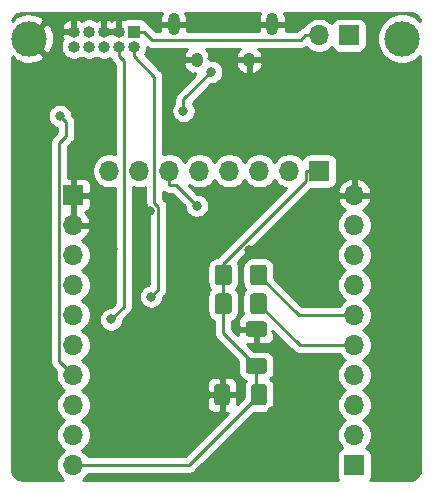
<source format=gbr>
%TF.GenerationSoftware,KiCad,Pcbnew,(5.1.8)-1*%
%TF.CreationDate,2021-02-16T14:56:34+05:30*%
%TF.ProjectId,WLR089U0-DevBoard,574c5230-3839-4553-902d-446576426f61,V1*%
%TF.SameCoordinates,Original*%
%TF.FileFunction,Copper,L2,Bot*%
%TF.FilePolarity,Positive*%
%FSLAX46Y46*%
G04 Gerber Fmt 4.6, Leading zero omitted, Abs format (unit mm)*
G04 Created by KiCad (PCBNEW (5.1.8)-1) date 2021-02-16 14:56:34*
%MOMM*%
%LPD*%
G01*
G04 APERTURE LIST*
%TA.AperFunction,ComponentPad*%
%ADD10O,1.700000X1.700000*%
%TD*%
%TA.AperFunction,ComponentPad*%
%ADD11R,1.700000X1.700000*%
%TD*%
%TA.AperFunction,ComponentPad*%
%ADD12O,1.050000X1.250000*%
%TD*%
%TA.AperFunction,ComponentPad*%
%ADD13O,1.000000X1.900000*%
%TD*%
%TA.AperFunction,ComponentPad*%
%ADD14C,2.600000*%
%TD*%
%TA.AperFunction,ConnectorPad*%
%ADD15C,3.000000*%
%TD*%
%TA.AperFunction,ComponentPad*%
%ADD16R,1.000000X1.000000*%
%TD*%
%TA.AperFunction,ComponentPad*%
%ADD17O,1.000000X1.000000*%
%TD*%
%TA.AperFunction,ViaPad*%
%ADD18C,0.500000*%
%TD*%
%TA.AperFunction,ViaPad*%
%ADD19C,0.800000*%
%TD*%
%TA.AperFunction,Conductor*%
%ADD20C,0.250000*%
%TD*%
%TA.AperFunction,Conductor*%
%ADD21C,0.254000*%
%TD*%
%TA.AperFunction,Conductor*%
%ADD22C,0.100000*%
%TD*%
G04 APERTURE END LIST*
%TO.P,C5,2*%
%TO.N,GND*%
%TA.AperFunction,SMDPad,CuDef*%
G36*
G01*
X143020000Y-112199999D02*
X143020000Y-113500001D01*
G75*
G02*
X142770001Y-113750000I-249999J0D01*
G01*
X141944999Y-113750000D01*
G75*
G02*
X141695000Y-113500001I0J249999D01*
G01*
X141695000Y-112199999D01*
G75*
G02*
X141944999Y-111950000I249999J0D01*
G01*
X142770001Y-111950000D01*
G75*
G02*
X143020000Y-112199999I0J-249999D01*
G01*
G37*
%TD.AperFunction*%
%TO.P,C5,1*%
%TO.N,+3V3*%
%TA.AperFunction,SMDPad,CuDef*%
G36*
G01*
X146145000Y-112199999D02*
X146145000Y-113500001D01*
G75*
G02*
X145895001Y-113750000I-249999J0D01*
G01*
X145069999Y-113750000D01*
G75*
G02*
X144820000Y-113500001I0J249999D01*
G01*
X144820000Y-112199999D01*
G75*
G02*
X145069999Y-111950000I249999J0D01*
G01*
X145895001Y-111950000D01*
G75*
G02*
X146145000Y-112199999I0J-249999D01*
G01*
G37*
%TD.AperFunction*%
%TD*%
%TO.P,C4,2*%
%TO.N,GND*%
%TA.AperFunction,SMDPad,CuDef*%
G36*
G01*
X145900001Y-107950000D02*
X144599999Y-107950000D01*
G75*
G02*
X144350000Y-107700001I0J249999D01*
G01*
X144350000Y-106874999D01*
G75*
G02*
X144599999Y-106625000I249999J0D01*
G01*
X145900001Y-106625000D01*
G75*
G02*
X146150000Y-106874999I0J-249999D01*
G01*
X146150000Y-107700001D01*
G75*
G02*
X145900001Y-107950000I-249999J0D01*
G01*
G37*
%TD.AperFunction*%
%TO.P,C4,1*%
%TO.N,+3V3*%
%TA.AperFunction,SMDPad,CuDef*%
G36*
G01*
X145900001Y-111075000D02*
X144599999Y-111075000D01*
G75*
G02*
X144350000Y-110825001I0J249999D01*
G01*
X144350000Y-109999999D01*
G75*
G02*
X144599999Y-109750000I249999J0D01*
G01*
X145900001Y-109750000D01*
G75*
G02*
X146150000Y-109999999I0J-249999D01*
G01*
X146150000Y-110825001D01*
G75*
G02*
X145900001Y-111075000I-249999J0D01*
G01*
G37*
%TD.AperFunction*%
%TD*%
%TO.P,R5,1*%
%TO.N,+3V3*%
%TA.AperFunction,SMDPad,CuDef*%
G36*
G01*
X141750000Y-103325000D02*
X141750000Y-102075000D01*
G75*
G02*
X142000000Y-101825000I250000J0D01*
G01*
X142925000Y-101825000D01*
G75*
G02*
X143175000Y-102075000I0J-250000D01*
G01*
X143175000Y-103325000D01*
G75*
G02*
X142925000Y-103575000I-250000J0D01*
G01*
X142000000Y-103575000D01*
G75*
G02*
X141750000Y-103325000I0J250000D01*
G01*
G37*
%TD.AperFunction*%
%TO.P,R5,2*%
%TO.N,S1_I2C_SCL*%
%TA.AperFunction,SMDPad,CuDef*%
G36*
G01*
X144725000Y-103325000D02*
X144725000Y-102075000D01*
G75*
G02*
X144975000Y-101825000I250000J0D01*
G01*
X145900000Y-101825000D01*
G75*
G02*
X146150000Y-102075000I0J-250000D01*
G01*
X146150000Y-103325000D01*
G75*
G02*
X145900000Y-103575000I-250000J0D01*
G01*
X144975000Y-103575000D01*
G75*
G02*
X144725000Y-103325000I0J250000D01*
G01*
G37*
%TD.AperFunction*%
%TD*%
%TO.P,R4,1*%
%TO.N,+3V3*%
%TA.AperFunction,SMDPad,CuDef*%
G36*
G01*
X141750000Y-105775000D02*
X141750000Y-104525000D01*
G75*
G02*
X142000000Y-104275000I250000J0D01*
G01*
X142925000Y-104275000D01*
G75*
G02*
X143175000Y-104525000I0J-250000D01*
G01*
X143175000Y-105775000D01*
G75*
G02*
X142925000Y-106025000I-250000J0D01*
G01*
X142000000Y-106025000D01*
G75*
G02*
X141750000Y-105775000I0J250000D01*
G01*
G37*
%TD.AperFunction*%
%TO.P,R4,2*%
%TO.N,S1_I2C_SDA*%
%TA.AperFunction,SMDPad,CuDef*%
G36*
G01*
X144725000Y-105775000D02*
X144725000Y-104525000D01*
G75*
G02*
X144975000Y-104275000I250000J0D01*
G01*
X145900000Y-104275000D01*
G75*
G02*
X146150000Y-104525000I0J-250000D01*
G01*
X146150000Y-105775000D01*
G75*
G02*
X145900000Y-106025000I-250000J0D01*
G01*
X144975000Y-106025000D01*
G75*
G02*
X144725000Y-105775000I0J250000D01*
G01*
G37*
%TD.AperFunction*%
%TD*%
D10*
%TO.P,J6,8*%
%TO.N,+3V3*%
X132820000Y-93900000D03*
%TO.P,J6,7*%
%TO.N,PA22*%
X135360000Y-93900000D03*
%TO.P,J6,6*%
%TO.N,S5_MISO*%
X137900000Y-93900000D03*
%TO.P,J6,5*%
%TO.N,S5_SCK*%
X140440000Y-93900000D03*
%TO.P,J6,4*%
%TO.N,S5_SS*%
X142980000Y-93900000D03*
%TO.P,J6,3*%
%TO.N,S5_MOSI*%
X145520000Y-93900000D03*
%TO.P,J6,2*%
%TO.N,PA14*%
X148060000Y-93900000D03*
D11*
%TO.P,J6,1*%
%TO.N,+3V3*%
X150600000Y-93900000D03*
%TD*%
D12*
%TO.P,J1,6*%
%TO.N,GND*%
X144650000Y-84500000D03*
X140200000Y-84500000D03*
D13*
X146600000Y-81500000D03*
X138250000Y-81500000D03*
%TD*%
D14*
%TO.P,3V3,1*%
%TO.N,+3V3*%
X157600000Y-82700000D03*
D15*
X157600000Y-82700000D03*
%TD*%
D14*
%TO.P,GND,1*%
%TO.N,GND*%
X126000000Y-82700000D03*
D15*
X126000000Y-82700000D03*
%TD*%
D16*
%TO.P,J2,1*%
%TO.N,+3V3*%
X134900000Y-82100000D03*
D17*
%TO.P,J2,2*%
%TO.N,SWDIO*%
X134900000Y-83370000D03*
%TO.P,J2,3*%
%TO.N,GND*%
X133630000Y-82100000D03*
%TO.P,J2,4*%
%TO.N,SWDCLK*%
X133630000Y-83370000D03*
%TO.P,J2,5*%
%TO.N,GND*%
X132360000Y-82100000D03*
%TO.P,J2,6*%
%TO.N,N/C*%
X132360000Y-83370000D03*
%TO.P,J2,7*%
X131090000Y-82100000D03*
%TO.P,J2,8*%
X131090000Y-83370000D03*
%TO.P,J2,9*%
%TO.N,GND*%
X129820000Y-82100000D03*
%TO.P,J2,10*%
%TO.N,RESET*%
X129820000Y-83370000D03*
%TD*%
D10*
%TO.P,J3,10*%
%TO.N,GND*%
X153550000Y-95940000D03*
%TO.P,J3,9*%
%TO.N,PA15*%
X153550000Y-98480000D03*
%TO.P,J3,8*%
%TO.N,PA19*%
X153550000Y-101020000D03*
%TO.P,J3,7*%
%TO.N,PA18*%
X153550000Y-103560000D03*
%TO.P,J3,6*%
%TO.N,S1_I2C_SCL*%
X153550000Y-106100000D03*
%TO.P,J3,5*%
%TO.N,S1_I2C_SDA*%
X153550000Y-108640000D03*
%TO.P,J3,4*%
%TO.N,PA27*%
X153550000Y-111180000D03*
%TO.P,J3,3*%
%TO.N,PA08*%
X153550000Y-113720000D03*
%TO.P,J3,2*%
%TO.N,PA07*%
X153550000Y-116260000D03*
D11*
%TO.P,J3,1*%
%TO.N,+5V*%
X153550000Y-118800000D03*
%TD*%
D10*
%TO.P,J5,10*%
%TO.N,+3V3*%
X129750000Y-118810000D03*
%TO.P,J5,9*%
%TO.N,PA06*%
X129750000Y-116270000D03*
%TO.P,J5,8*%
%TO.N,PB03*%
X129750000Y-113730000D03*
%TO.P,J5,7*%
%TO.N,S0_UART_TX*%
X129750000Y-111190000D03*
%TO.P,J5,6*%
%TO.N,S0_UART_RX*%
X129750000Y-108650000D03*
%TO.P,J5,5*%
%TO.N,PA28*%
X129750000Y-106110000D03*
%TO.P,J5,4*%
%TO.N,VDDCORE*%
X129750000Y-103570000D03*
%TO.P,J5,3*%
%TO.N,VSW*%
X129750000Y-101030000D03*
%TO.P,J5,2*%
%TO.N,GND*%
X129750000Y-98490000D03*
D11*
%TO.P,J5,1*%
X129750000Y-95950000D03*
%TD*%
%TO.P,J4,1*%
%TO.N,/3V3*%
X153100000Y-82400000D03*
D10*
%TO.P,J4,2*%
%TO.N,+3V3*%
X150560000Y-82400000D03*
%TD*%
D18*
%TO.N,GND*%
X132000000Y-115500000D03*
X133400000Y-115500000D03*
X135350000Y-115450000D03*
X140350000Y-115300000D03*
X148850000Y-115300000D03*
X139250000Y-114200000D03*
X140350000Y-114200000D03*
X139300000Y-112950000D03*
X140350000Y-112950000D03*
X139350000Y-111650000D03*
X137100000Y-112500000D03*
X142950000Y-117650000D03*
X139300000Y-117550000D03*
X140150000Y-119600000D03*
X141650000Y-119600000D03*
D19*
X132947000Y-91512100D03*
X127000700Y-90171400D03*
X133099700Y-100481300D03*
X136214900Y-97309500D03*
X151600000Y-85827500D03*
X146713500Y-88634300D03*
X136675000Y-114294800D03*
X156900000Y-85832500D03*
X144486300Y-81274100D03*
X139770900Y-109906600D03*
X146599700Y-114247800D03*
X144675000Y-100562800D03*
D18*
X139250000Y-115300000D03*
D19*
X147200000Y-115250000D03*
X150800000Y-115150000D03*
%TO.N,S5_MISO*%
X140230000Y-96845400D03*
%TO.N,SWDIO*%
X136353100Y-104532200D03*
%TO.N,SWDCLK*%
X132956900Y-106472300D03*
%TO.N,S0_UART_TX*%
X128635100Y-89247700D03*
%TO.N,D-*%
X139091000Y-88804000D03*
X141423000Y-85512200D03*
%TD*%
D20*
%TO.N,+3V3*%
X142462500Y-105150000D02*
X142462500Y-102700000D01*
X145250000Y-110412500D02*
X142462500Y-107625000D01*
X142462500Y-107625000D02*
X142462500Y-105150000D01*
X129750000Y-118810000D02*
X139522500Y-118810000D01*
X139522500Y-118810000D02*
X145482500Y-112850000D01*
X150600000Y-93900000D02*
X149424700Y-93900000D01*
X142462500Y-102700000D02*
X142462500Y-101737400D01*
X142462500Y-101737400D02*
X149424700Y-94775200D01*
X149424700Y-94775200D02*
X149424700Y-93900000D01*
X134900000Y-82100000D02*
X135725300Y-82100000D01*
X150560000Y-82400000D02*
X149384700Y-82400000D01*
X149384700Y-82400000D02*
X149001100Y-82783600D01*
X149001100Y-82783600D02*
X136408900Y-82783600D01*
X136408900Y-82783600D02*
X135725300Y-82100000D01*
X145482500Y-112850000D02*
X145250000Y-112617500D01*
X145250000Y-112617500D02*
X145250000Y-110412500D01*
%TO.N,S1_I2C_SDA*%
X153550000Y-108640000D02*
X148927500Y-108640000D01*
X148927500Y-108640000D02*
X145437500Y-105150000D01*
%TO.N,S1_I2C_SCL*%
X153550000Y-106100000D02*
X148837500Y-106100000D01*
X148837500Y-106100000D02*
X145437500Y-102700000D01*
%TO.N,S5_MISO*%
X137900000Y-93900000D02*
X137900000Y-95075300D01*
X140230000Y-96845400D02*
X138459900Y-95075300D01*
X138459900Y-95075300D02*
X137900000Y-95075300D01*
%TO.N,SWDIO*%
X134900000Y-83370000D02*
X134900000Y-84195300D01*
X134900000Y-84195300D02*
X136630000Y-85925300D01*
X136630000Y-85925300D02*
X136630000Y-96598300D01*
X136630000Y-96598300D02*
X136952100Y-96920400D01*
X136952100Y-96920400D02*
X136952100Y-103933200D01*
X136952100Y-103933200D02*
X136353100Y-104532200D01*
%TO.N,SWDCLK*%
X133630000Y-83370000D02*
X133630000Y-84195300D01*
X133630000Y-84195300D02*
X134039000Y-84604300D01*
X134039000Y-84604300D02*
X134039000Y-105390200D01*
X134039000Y-105390200D02*
X132956900Y-106472300D01*
%TO.N,S0_UART_TX*%
X129750000Y-111190000D02*
X128559600Y-109999600D01*
X128559600Y-109999600D02*
X128559600Y-91522300D01*
X128559600Y-91522300D02*
X129166700Y-90915200D01*
X129166700Y-90915200D02*
X129166700Y-89779300D01*
X129166700Y-89779300D02*
X128635100Y-89247700D01*
%TO.N,D-*%
X141423000Y-85512200D02*
X139091000Y-87844200D01*
X139091000Y-87844200D02*
X139091000Y-88804000D01*
%TD*%
D21*
%TO.N,GND*%
X137244874Y-80510240D02*
X137161585Y-80704013D01*
X137115000Y-80923000D01*
X137115000Y-81373000D01*
X138123000Y-81373000D01*
X138123000Y-81353000D01*
X138377000Y-81353000D01*
X138377000Y-81373000D01*
X139385000Y-81373000D01*
X139385000Y-80923000D01*
X139338415Y-80704013D01*
X139255143Y-80510281D01*
X145594801Y-80510410D01*
X145511585Y-80704013D01*
X145465000Y-80923000D01*
X145465000Y-81373000D01*
X146473000Y-81373000D01*
X146473000Y-81353000D01*
X146727000Y-81353000D01*
X146727000Y-81373000D01*
X147735000Y-81373000D01*
X147735000Y-80923000D01*
X147688415Y-80704013D01*
X147605217Y-80510451D01*
X158253541Y-80510668D01*
X158447754Y-80535495D01*
X158611906Y-80590371D01*
X158762270Y-80676083D01*
X158893125Y-80789373D01*
X158999482Y-80925917D01*
X159077290Y-81080519D01*
X159107044Y-81187698D01*
X158960983Y-81041637D01*
X158611302Y-80807988D01*
X158222756Y-80647047D01*
X157810279Y-80565000D01*
X157389721Y-80565000D01*
X156977244Y-80647047D01*
X156588698Y-80807988D01*
X156239017Y-81041637D01*
X155941637Y-81339017D01*
X155707988Y-81688698D01*
X155547047Y-82077244D01*
X155465000Y-82489721D01*
X155465000Y-82910279D01*
X155547047Y-83322756D01*
X155707988Y-83711302D01*
X155941637Y-84060983D01*
X156239017Y-84358363D01*
X156588698Y-84592012D01*
X156977244Y-84752953D01*
X157389721Y-84835000D01*
X157810279Y-84835000D01*
X158222756Y-84752953D01*
X158611302Y-84592012D01*
X158960983Y-84358363D01*
X159140000Y-84179346D01*
X159140001Y-119157975D01*
X159115175Y-119352185D01*
X159060299Y-119516338D01*
X158974587Y-119666701D01*
X158861298Y-119797556D01*
X158724750Y-119903914D01*
X158570150Y-119981721D01*
X158399781Y-120029018D01*
X158222133Y-120044428D01*
X154898132Y-120043979D01*
X154930537Y-120004494D01*
X154989502Y-119894180D01*
X155025812Y-119774482D01*
X155038072Y-119650000D01*
X155038072Y-117950000D01*
X155025812Y-117825518D01*
X154989502Y-117705820D01*
X154930537Y-117595506D01*
X154851185Y-117498815D01*
X154754494Y-117419463D01*
X154644180Y-117360498D01*
X154571620Y-117338487D01*
X154703475Y-117206632D01*
X154865990Y-116963411D01*
X154977932Y-116693158D01*
X155035000Y-116406260D01*
X155035000Y-116113740D01*
X154977932Y-115826842D01*
X154865990Y-115556589D01*
X154703475Y-115313368D01*
X154496632Y-115106525D01*
X154322240Y-114990000D01*
X154496632Y-114873475D01*
X154703475Y-114666632D01*
X154865990Y-114423411D01*
X154977932Y-114153158D01*
X155035000Y-113866260D01*
X155035000Y-113573740D01*
X154977932Y-113286842D01*
X154865990Y-113016589D01*
X154703475Y-112773368D01*
X154496632Y-112566525D01*
X154322240Y-112450000D01*
X154496632Y-112333475D01*
X154703475Y-112126632D01*
X154865990Y-111883411D01*
X154977932Y-111613158D01*
X155035000Y-111326260D01*
X155035000Y-111033740D01*
X154977932Y-110746842D01*
X154865990Y-110476589D01*
X154703475Y-110233368D01*
X154496632Y-110026525D01*
X154322240Y-109910000D01*
X154496632Y-109793475D01*
X154703475Y-109586632D01*
X154865990Y-109343411D01*
X154977932Y-109073158D01*
X155035000Y-108786260D01*
X155035000Y-108493740D01*
X154977932Y-108206842D01*
X154865990Y-107936589D01*
X154703475Y-107693368D01*
X154496632Y-107486525D01*
X154322240Y-107370000D01*
X154496632Y-107253475D01*
X154703475Y-107046632D01*
X154865990Y-106803411D01*
X154977932Y-106533158D01*
X155035000Y-106246260D01*
X155035000Y-105953740D01*
X154977932Y-105666842D01*
X154865990Y-105396589D01*
X154703475Y-105153368D01*
X154496632Y-104946525D01*
X154322240Y-104830000D01*
X154496632Y-104713475D01*
X154703475Y-104506632D01*
X154865990Y-104263411D01*
X154977932Y-103993158D01*
X155035000Y-103706260D01*
X155035000Y-103413740D01*
X154977932Y-103126842D01*
X154865990Y-102856589D01*
X154703475Y-102613368D01*
X154496632Y-102406525D01*
X154322240Y-102290000D01*
X154496632Y-102173475D01*
X154703475Y-101966632D01*
X154865990Y-101723411D01*
X154977932Y-101453158D01*
X155035000Y-101166260D01*
X155035000Y-100873740D01*
X154977932Y-100586842D01*
X154865990Y-100316589D01*
X154703475Y-100073368D01*
X154496632Y-99866525D01*
X154322240Y-99750000D01*
X154496632Y-99633475D01*
X154703475Y-99426632D01*
X154865990Y-99183411D01*
X154977932Y-98913158D01*
X155035000Y-98626260D01*
X155035000Y-98333740D01*
X154977932Y-98046842D01*
X154865990Y-97776589D01*
X154703475Y-97533368D01*
X154496632Y-97326525D01*
X154314466Y-97204805D01*
X154431355Y-97135178D01*
X154647588Y-96940269D01*
X154821641Y-96706920D01*
X154946825Y-96444099D01*
X154991476Y-96296890D01*
X154870155Y-96067000D01*
X153677000Y-96067000D01*
X153677000Y-96087000D01*
X153423000Y-96087000D01*
X153423000Y-96067000D01*
X152229845Y-96067000D01*
X152108524Y-96296890D01*
X152153175Y-96444099D01*
X152278359Y-96706920D01*
X152452412Y-96940269D01*
X152668645Y-97135178D01*
X152785534Y-97204805D01*
X152603368Y-97326525D01*
X152396525Y-97533368D01*
X152234010Y-97776589D01*
X152122068Y-98046842D01*
X152065000Y-98333740D01*
X152065000Y-98626260D01*
X152122068Y-98913158D01*
X152234010Y-99183411D01*
X152396525Y-99426632D01*
X152603368Y-99633475D01*
X152777760Y-99750000D01*
X152603368Y-99866525D01*
X152396525Y-100073368D01*
X152234010Y-100316589D01*
X152122068Y-100586842D01*
X152065000Y-100873740D01*
X152065000Y-101166260D01*
X152122068Y-101453158D01*
X152234010Y-101723411D01*
X152396525Y-101966632D01*
X152603368Y-102173475D01*
X152777760Y-102290000D01*
X152603368Y-102406525D01*
X152396525Y-102613368D01*
X152234010Y-102856589D01*
X152122068Y-103126842D01*
X152065000Y-103413740D01*
X152065000Y-103706260D01*
X152122068Y-103993158D01*
X152234010Y-104263411D01*
X152396525Y-104506632D01*
X152603368Y-104713475D01*
X152777760Y-104830000D01*
X152603368Y-104946525D01*
X152396525Y-105153368D01*
X152271822Y-105340000D01*
X149152302Y-105340000D01*
X146788072Y-102975771D01*
X146788072Y-102075000D01*
X146771008Y-101901746D01*
X146720472Y-101735150D01*
X146638405Y-101581614D01*
X146527962Y-101447038D01*
X146393386Y-101336595D01*
X146239850Y-101254528D01*
X146073254Y-101203992D01*
X145900000Y-101186928D01*
X144975000Y-101186928D01*
X144801746Y-101203992D01*
X144635150Y-101254528D01*
X144481614Y-101336595D01*
X144347038Y-101447038D01*
X144236595Y-101581614D01*
X144154528Y-101735150D01*
X144103992Y-101901746D01*
X144086928Y-102075000D01*
X144086928Y-103325000D01*
X144103992Y-103498254D01*
X144154528Y-103664850D01*
X144236595Y-103818386D01*
X144324090Y-103925000D01*
X144236595Y-104031614D01*
X144154528Y-104185150D01*
X144103992Y-104351746D01*
X144086928Y-104525000D01*
X144086928Y-105775000D01*
X144103992Y-105948254D01*
X144128381Y-106028654D01*
X144105820Y-106035498D01*
X143995506Y-106094463D01*
X143898815Y-106173815D01*
X143819463Y-106270506D01*
X143760498Y-106380820D01*
X143724188Y-106500518D01*
X143711928Y-106625000D01*
X143715000Y-107001750D01*
X143873750Y-107160500D01*
X145123000Y-107160500D01*
X145123000Y-107140500D01*
X145377000Y-107140500D01*
X145377000Y-107160500D01*
X145397000Y-107160500D01*
X145397000Y-107414500D01*
X145377000Y-107414500D01*
X145377000Y-108426250D01*
X145535750Y-108585000D01*
X146150000Y-108588072D01*
X146274482Y-108575812D01*
X146394180Y-108539502D01*
X146504494Y-108480537D01*
X146601185Y-108401185D01*
X146680537Y-108304494D01*
X146739502Y-108194180D01*
X146775812Y-108074482D01*
X146788072Y-107950000D01*
X146785000Y-107573250D01*
X146626252Y-107414502D01*
X146627201Y-107414502D01*
X148363701Y-109151003D01*
X148387499Y-109180001D01*
X148503224Y-109274974D01*
X148635253Y-109345546D01*
X148778514Y-109389003D01*
X148890167Y-109400000D01*
X148890176Y-109400000D01*
X148927499Y-109403676D01*
X148964822Y-109400000D01*
X152271822Y-109400000D01*
X152396525Y-109586632D01*
X152603368Y-109793475D01*
X152777760Y-109910000D01*
X152603368Y-110026525D01*
X152396525Y-110233368D01*
X152234010Y-110476589D01*
X152122068Y-110746842D01*
X152065000Y-111033740D01*
X152065000Y-111326260D01*
X152122068Y-111613158D01*
X152234010Y-111883411D01*
X152396525Y-112126632D01*
X152603368Y-112333475D01*
X152777760Y-112450000D01*
X152603368Y-112566525D01*
X152396525Y-112773368D01*
X152234010Y-113016589D01*
X152122068Y-113286842D01*
X152065000Y-113573740D01*
X152065000Y-113866260D01*
X152122068Y-114153158D01*
X152234010Y-114423411D01*
X152396525Y-114666632D01*
X152603368Y-114873475D01*
X152777760Y-114990000D01*
X152603368Y-115106525D01*
X152396525Y-115313368D01*
X152234010Y-115556589D01*
X152122068Y-115826842D01*
X152065000Y-116113740D01*
X152065000Y-116406260D01*
X152122068Y-116693158D01*
X152234010Y-116963411D01*
X152396525Y-117206632D01*
X152528380Y-117338487D01*
X152455820Y-117360498D01*
X152345506Y-117419463D01*
X152248815Y-117498815D01*
X152169463Y-117595506D01*
X152110498Y-117705820D01*
X152074188Y-117825518D01*
X152061928Y-117950000D01*
X152061928Y-119650000D01*
X152074188Y-119774482D01*
X152110498Y-119894180D01*
X152169463Y-120004494D01*
X152201569Y-120043616D01*
X130581058Y-120040699D01*
X130696632Y-119963475D01*
X130903475Y-119756632D01*
X131028178Y-119570000D01*
X139485178Y-119570000D01*
X139522500Y-119573676D01*
X139559822Y-119570000D01*
X139559833Y-119570000D01*
X139671486Y-119559003D01*
X139814747Y-119515546D01*
X139946776Y-119444974D01*
X140062501Y-119350001D01*
X140086304Y-119320997D01*
X145023782Y-114383520D01*
X145069999Y-114388072D01*
X145895001Y-114388072D01*
X146068255Y-114371008D01*
X146234851Y-114320472D01*
X146388387Y-114238405D01*
X146522962Y-114127962D01*
X146633405Y-113993387D01*
X146715472Y-113839851D01*
X146766008Y-113673255D01*
X146783072Y-113500001D01*
X146783072Y-112199999D01*
X146766008Y-112026745D01*
X146715472Y-111860149D01*
X146633405Y-111706613D01*
X146522962Y-111572038D01*
X146452915Y-111514552D01*
X146527962Y-111452962D01*
X146638405Y-111318387D01*
X146720472Y-111164851D01*
X146771008Y-110998255D01*
X146788072Y-110825001D01*
X146788072Y-109999999D01*
X146771008Y-109826745D01*
X146720472Y-109660149D01*
X146638405Y-109506613D01*
X146527962Y-109372038D01*
X146393387Y-109261595D01*
X146239851Y-109179528D01*
X146073255Y-109128992D01*
X145900001Y-109111928D01*
X145024230Y-109111928D01*
X144499625Y-108587324D01*
X144964250Y-108585000D01*
X145123000Y-108426250D01*
X145123000Y-107414500D01*
X143873750Y-107414500D01*
X143715000Y-107573250D01*
X143713144Y-107800843D01*
X143222500Y-107310199D01*
X143222500Y-106608319D01*
X143264850Y-106595472D01*
X143418386Y-106513405D01*
X143552962Y-106402962D01*
X143663405Y-106268386D01*
X143745472Y-106114850D01*
X143796008Y-105948254D01*
X143813072Y-105775000D01*
X143813072Y-104525000D01*
X143796008Y-104351746D01*
X143745472Y-104185150D01*
X143663405Y-104031614D01*
X143575910Y-103925000D01*
X143663405Y-103818386D01*
X143745472Y-103664850D01*
X143796008Y-103498254D01*
X143813072Y-103325000D01*
X143813072Y-102075000D01*
X143796008Y-101901746D01*
X143745472Y-101735150D01*
X143673744Y-101600957D01*
X149691591Y-95583110D01*
X152108524Y-95583110D01*
X152229845Y-95813000D01*
X153423000Y-95813000D01*
X153423000Y-94619186D01*
X153677000Y-94619186D01*
X153677000Y-95813000D01*
X154870155Y-95813000D01*
X154991476Y-95583110D01*
X154946825Y-95435901D01*
X154821641Y-95173080D01*
X154647588Y-94939731D01*
X154431355Y-94744822D01*
X154181252Y-94595843D01*
X153906891Y-94498519D01*
X153677000Y-94619186D01*
X153423000Y-94619186D01*
X153193109Y-94498519D01*
X152918748Y-94595843D01*
X152668645Y-94744822D01*
X152452412Y-94939731D01*
X152278359Y-95173080D01*
X152153175Y-95435901D01*
X152108524Y-95583110D01*
X149691591Y-95583110D01*
X149886630Y-95388072D01*
X151450000Y-95388072D01*
X151574482Y-95375812D01*
X151694180Y-95339502D01*
X151804494Y-95280537D01*
X151901185Y-95201185D01*
X151980537Y-95104494D01*
X152039502Y-94994180D01*
X152075812Y-94874482D01*
X152088072Y-94750000D01*
X152088072Y-93050000D01*
X152075812Y-92925518D01*
X152039502Y-92805820D01*
X151980537Y-92695506D01*
X151901185Y-92598815D01*
X151804494Y-92519463D01*
X151694180Y-92460498D01*
X151574482Y-92424188D01*
X151450000Y-92411928D01*
X149750000Y-92411928D01*
X149625518Y-92424188D01*
X149505820Y-92460498D01*
X149395506Y-92519463D01*
X149298815Y-92598815D01*
X149219463Y-92695506D01*
X149160498Y-92805820D01*
X149138487Y-92878380D01*
X149006632Y-92746525D01*
X148763411Y-92584010D01*
X148493158Y-92472068D01*
X148206260Y-92415000D01*
X147913740Y-92415000D01*
X147626842Y-92472068D01*
X147356589Y-92584010D01*
X147113368Y-92746525D01*
X146906525Y-92953368D01*
X146790000Y-93127760D01*
X146673475Y-92953368D01*
X146466632Y-92746525D01*
X146223411Y-92584010D01*
X145953158Y-92472068D01*
X145666260Y-92415000D01*
X145373740Y-92415000D01*
X145086842Y-92472068D01*
X144816589Y-92584010D01*
X144573368Y-92746525D01*
X144366525Y-92953368D01*
X144250000Y-93127760D01*
X144133475Y-92953368D01*
X143926632Y-92746525D01*
X143683411Y-92584010D01*
X143413158Y-92472068D01*
X143126260Y-92415000D01*
X142833740Y-92415000D01*
X142546842Y-92472068D01*
X142276589Y-92584010D01*
X142033368Y-92746525D01*
X141826525Y-92953368D01*
X141710000Y-93127760D01*
X141593475Y-92953368D01*
X141386632Y-92746525D01*
X141143411Y-92584010D01*
X140873158Y-92472068D01*
X140586260Y-92415000D01*
X140293740Y-92415000D01*
X140006842Y-92472068D01*
X139736589Y-92584010D01*
X139493368Y-92746525D01*
X139286525Y-92953368D01*
X139170000Y-93127760D01*
X139053475Y-92953368D01*
X138846632Y-92746525D01*
X138603411Y-92584010D01*
X138333158Y-92472068D01*
X138046260Y-92415000D01*
X137753740Y-92415000D01*
X137466842Y-92472068D01*
X137390000Y-92503897D01*
X137390000Y-85962622D01*
X137393676Y-85925299D01*
X137390000Y-85887976D01*
X137390000Y-85887967D01*
X137379003Y-85776314D01*
X137335546Y-85633053D01*
X137264974Y-85501024D01*
X137251811Y-85484985D01*
X137193799Y-85414296D01*
X137193795Y-85414292D01*
X137170001Y-85385299D01*
X137141009Y-85361506D01*
X135818226Y-84038724D01*
X135905824Y-83907624D01*
X135991383Y-83701067D01*
X136035000Y-83481788D01*
X136035000Y-83445501D01*
X136116653Y-83489146D01*
X136259914Y-83532603D01*
X136371567Y-83543600D01*
X136371576Y-83543600D01*
X136408899Y-83547276D01*
X136446222Y-83543600D01*
X139426776Y-83543600D01*
X139367599Y-83593768D01*
X139226305Y-83771653D01*
X139122430Y-83973685D01*
X139059965Y-84192100D01*
X139200228Y-84373000D01*
X140073000Y-84373000D01*
X140073000Y-84353000D01*
X140327000Y-84353000D01*
X140327000Y-84373000D01*
X140347000Y-84373000D01*
X140347000Y-84627000D01*
X140327000Y-84627000D01*
X140327000Y-84647000D01*
X140073000Y-84647000D01*
X140073000Y-84627000D01*
X139200228Y-84627000D01*
X139059965Y-84807900D01*
X139122430Y-85026315D01*
X139226305Y-85228347D01*
X139367599Y-85406232D01*
X139540881Y-85553134D01*
X139739493Y-85663408D01*
X139894190Y-85718964D01*
X140072998Y-85593164D01*
X140072998Y-85760000D01*
X140100398Y-85760000D01*
X138580003Y-87280396D01*
X138550999Y-87304199D01*
X138495871Y-87371374D01*
X138456026Y-87419924D01*
X138385455Y-87551953D01*
X138385454Y-87551954D01*
X138341997Y-87695215D01*
X138331000Y-87806868D01*
X138331000Y-87806878D01*
X138327324Y-87844200D01*
X138331000Y-87881523D01*
X138331000Y-88100289D01*
X138287063Y-88144226D01*
X138173795Y-88313744D01*
X138095774Y-88502102D01*
X138056000Y-88702061D01*
X138056000Y-88905939D01*
X138095774Y-89105898D01*
X138173795Y-89294256D01*
X138287063Y-89463774D01*
X138431226Y-89607937D01*
X138600744Y-89721205D01*
X138789102Y-89799226D01*
X138989061Y-89839000D01*
X139192939Y-89839000D01*
X139392898Y-89799226D01*
X139581256Y-89721205D01*
X139750774Y-89607937D01*
X139894937Y-89463774D01*
X140008205Y-89294256D01*
X140086226Y-89105898D01*
X140126000Y-88905939D01*
X140126000Y-88702061D01*
X140086226Y-88502102D01*
X140008205Y-88313744D01*
X139894937Y-88144226D01*
X139880356Y-88129645D01*
X141462802Y-86547200D01*
X141524939Y-86547200D01*
X141724898Y-86507426D01*
X141913256Y-86429405D01*
X142082774Y-86316137D01*
X142226937Y-86171974D01*
X142340205Y-86002456D01*
X142418226Y-85814098D01*
X142458000Y-85614139D01*
X142458000Y-85410261D01*
X142418226Y-85210302D01*
X142340205Y-85021944D01*
X142226937Y-84852426D01*
X142182411Y-84807900D01*
X143509965Y-84807900D01*
X143572430Y-85026315D01*
X143676305Y-85228347D01*
X143817599Y-85406232D01*
X143990881Y-85553134D01*
X144189493Y-85663408D01*
X144344190Y-85718964D01*
X144523000Y-85593163D01*
X144523000Y-84627000D01*
X144777000Y-84627000D01*
X144777000Y-85593163D01*
X144955810Y-85718964D01*
X145110507Y-85663408D01*
X145309119Y-85553134D01*
X145482401Y-85406232D01*
X145623695Y-85228347D01*
X145727570Y-85026315D01*
X145790035Y-84807900D01*
X145649772Y-84627000D01*
X144777000Y-84627000D01*
X144523000Y-84627000D01*
X143650228Y-84627000D01*
X143509965Y-84807900D01*
X142182411Y-84807900D01*
X142082774Y-84708263D01*
X141913256Y-84594995D01*
X141724898Y-84516974D01*
X141524939Y-84477200D01*
X141360000Y-84477200D01*
X141360000Y-84372998D01*
X141199774Y-84372998D01*
X141340035Y-84192100D01*
X141277570Y-83973685D01*
X141173695Y-83771653D01*
X141032401Y-83593768D01*
X140973224Y-83543600D01*
X143876776Y-83543600D01*
X143817599Y-83593768D01*
X143676305Y-83771653D01*
X143572430Y-83973685D01*
X143509965Y-84192100D01*
X143650228Y-84373000D01*
X144523000Y-84373000D01*
X144523000Y-84353000D01*
X144777000Y-84353000D01*
X144777000Y-84373000D01*
X145649772Y-84373000D01*
X145790035Y-84192100D01*
X145727570Y-83973685D01*
X145623695Y-83771653D01*
X145482401Y-83593768D01*
X145423224Y-83543600D01*
X148963778Y-83543600D01*
X149001100Y-83547276D01*
X149038422Y-83543600D01*
X149038433Y-83543600D01*
X149150086Y-83532603D01*
X149293347Y-83489146D01*
X149425376Y-83418574D01*
X149454536Y-83394643D01*
X149613368Y-83553475D01*
X149856589Y-83715990D01*
X150126842Y-83827932D01*
X150413740Y-83885000D01*
X150706260Y-83885000D01*
X150993158Y-83827932D01*
X151263411Y-83715990D01*
X151506632Y-83553475D01*
X151638487Y-83421620D01*
X151660498Y-83494180D01*
X151719463Y-83604494D01*
X151798815Y-83701185D01*
X151895506Y-83780537D01*
X152005820Y-83839502D01*
X152125518Y-83875812D01*
X152250000Y-83888072D01*
X153950000Y-83888072D01*
X154074482Y-83875812D01*
X154194180Y-83839502D01*
X154304494Y-83780537D01*
X154401185Y-83701185D01*
X154480537Y-83604494D01*
X154539502Y-83494180D01*
X154575812Y-83374482D01*
X154588072Y-83250000D01*
X154588072Y-81550000D01*
X154575812Y-81425518D01*
X154539502Y-81305820D01*
X154480537Y-81195506D01*
X154401185Y-81098815D01*
X154304494Y-81019463D01*
X154194180Y-80960498D01*
X154074482Y-80924188D01*
X153950000Y-80911928D01*
X152250000Y-80911928D01*
X152125518Y-80924188D01*
X152005820Y-80960498D01*
X151895506Y-81019463D01*
X151798815Y-81098815D01*
X151719463Y-81195506D01*
X151660498Y-81305820D01*
X151638487Y-81378380D01*
X151506632Y-81246525D01*
X151263411Y-81084010D01*
X150993158Y-80972068D01*
X150706260Y-80915000D01*
X150413740Y-80915000D01*
X150126842Y-80972068D01*
X149856589Y-81084010D01*
X149613368Y-81246525D01*
X149406525Y-81453368D01*
X149277204Y-81646911D01*
X149235714Y-81650997D01*
X149092453Y-81694454D01*
X148960424Y-81765026D01*
X148844699Y-81859999D01*
X148820896Y-81889003D01*
X148686299Y-82023600D01*
X147735000Y-82023600D01*
X147735000Y-81627000D01*
X146727000Y-81627000D01*
X146727000Y-81647000D01*
X146473000Y-81647000D01*
X146473000Y-81627000D01*
X145465000Y-81627000D01*
X145465000Y-82023600D01*
X139385000Y-82023600D01*
X139385000Y-81627000D01*
X138377000Y-81627000D01*
X138377000Y-81647000D01*
X138123000Y-81647000D01*
X138123000Y-81627000D01*
X137115000Y-81627000D01*
X137115000Y-82023600D01*
X136723702Y-82023600D01*
X136289103Y-81589002D01*
X136265301Y-81559999D01*
X136149576Y-81465026D01*
X136017547Y-81394454D01*
X135999567Y-81389000D01*
X135989502Y-81355820D01*
X135930537Y-81245506D01*
X135851185Y-81148815D01*
X135754494Y-81069463D01*
X135644180Y-81010498D01*
X135524482Y-80974188D01*
X135400000Y-80961928D01*
X134400000Y-80961928D01*
X134275518Y-80974188D01*
X134155820Y-81010498D01*
X134066820Y-81058070D01*
X133986864Y-81022554D01*
X133931874Y-81005881D01*
X133757000Y-81132046D01*
X133757000Y-81973000D01*
X133761928Y-81973000D01*
X133761928Y-82227000D01*
X133757000Y-82227000D01*
X133757000Y-82238026D01*
X133741788Y-82235000D01*
X133518212Y-82235000D01*
X133503000Y-82238026D01*
X133503000Y-82227000D01*
X132487000Y-82227000D01*
X132487000Y-82238026D01*
X132471788Y-82235000D01*
X132248212Y-82235000D01*
X132233000Y-82238026D01*
X132233000Y-82227000D01*
X132221974Y-82227000D01*
X132225000Y-82211788D01*
X132225000Y-81988212D01*
X132221974Y-81973000D01*
X132233000Y-81973000D01*
X132233000Y-81132046D01*
X132487000Y-81132046D01*
X132487000Y-81973000D01*
X133503000Y-81973000D01*
X133503000Y-81132046D01*
X133328126Y-81005881D01*
X133273136Y-81022554D01*
X133069794Y-81112877D01*
X132995000Y-81165639D01*
X132920206Y-81112877D01*
X132716864Y-81022554D01*
X132661874Y-81005881D01*
X132487000Y-81132046D01*
X132233000Y-81132046D01*
X132058126Y-81005881D01*
X132003136Y-81022554D01*
X131799794Y-81112877D01*
X131729658Y-81162353D01*
X131627624Y-81094176D01*
X131421067Y-81008617D01*
X131201788Y-80965000D01*
X130978212Y-80965000D01*
X130758933Y-81008617D01*
X130552376Y-81094176D01*
X130450342Y-81162353D01*
X130380206Y-81112877D01*
X130176864Y-81022554D01*
X130121874Y-81005881D01*
X129947000Y-81132046D01*
X129947000Y-81973000D01*
X129958026Y-81973000D01*
X129955000Y-81988212D01*
X129955000Y-82211788D01*
X129958026Y-82227000D01*
X129947000Y-82227000D01*
X129947000Y-82238026D01*
X129931788Y-82235000D01*
X129708212Y-82235000D01*
X129693000Y-82238026D01*
X129693000Y-82227000D01*
X128850871Y-82227000D01*
X128725874Y-82401876D01*
X128805790Y-82609529D01*
X128882256Y-82730488D01*
X128814176Y-82832376D01*
X128728617Y-83038933D01*
X128685000Y-83258212D01*
X128685000Y-83481788D01*
X128728617Y-83701067D01*
X128814176Y-83907624D01*
X128938388Y-84093520D01*
X129096480Y-84251612D01*
X129282376Y-84375824D01*
X129488933Y-84461383D01*
X129708212Y-84505000D01*
X129931788Y-84505000D01*
X130151067Y-84461383D01*
X130357624Y-84375824D01*
X130455000Y-84310759D01*
X130552376Y-84375824D01*
X130758933Y-84461383D01*
X130978212Y-84505000D01*
X131201788Y-84505000D01*
X131421067Y-84461383D01*
X131627624Y-84375824D01*
X131725000Y-84310759D01*
X131822376Y-84375824D01*
X132028933Y-84461383D01*
X132248212Y-84505000D01*
X132471788Y-84505000D01*
X132691067Y-84461383D01*
X132891353Y-84378422D01*
X132924454Y-84487546D01*
X132995026Y-84619576D01*
X133059404Y-84698020D01*
X133090000Y-84735301D01*
X133118998Y-84759099D01*
X133279000Y-84919101D01*
X133279000Y-92482772D01*
X133253158Y-92472068D01*
X132966260Y-92415000D01*
X132673740Y-92415000D01*
X132386842Y-92472068D01*
X132116589Y-92584010D01*
X131873368Y-92746525D01*
X131666525Y-92953368D01*
X131504010Y-93196589D01*
X131392068Y-93466842D01*
X131335000Y-93753740D01*
X131335000Y-94046260D01*
X131392068Y-94333158D01*
X131504010Y-94603411D01*
X131666525Y-94846632D01*
X131873368Y-95053475D01*
X132116589Y-95215990D01*
X132386842Y-95327932D01*
X132673740Y-95385000D01*
X132966260Y-95385000D01*
X133253158Y-95327932D01*
X133279001Y-95317228D01*
X133279001Y-105075396D01*
X132917098Y-105437300D01*
X132854961Y-105437300D01*
X132655002Y-105477074D01*
X132466644Y-105555095D01*
X132297126Y-105668363D01*
X132152963Y-105812526D01*
X132039695Y-105982044D01*
X131961674Y-106170402D01*
X131921900Y-106370361D01*
X131921900Y-106574239D01*
X131961674Y-106774198D01*
X132039695Y-106962556D01*
X132152963Y-107132074D01*
X132297126Y-107276237D01*
X132466644Y-107389505D01*
X132655002Y-107467526D01*
X132854961Y-107507300D01*
X133058839Y-107507300D01*
X133258798Y-107467526D01*
X133447156Y-107389505D01*
X133616674Y-107276237D01*
X133760837Y-107132074D01*
X133874105Y-106962556D01*
X133952126Y-106774198D01*
X133991900Y-106574239D01*
X133991900Y-106512102D01*
X134550008Y-105953995D01*
X134579001Y-105930201D01*
X134602795Y-105901208D01*
X134602799Y-105901204D01*
X134673973Y-105814477D01*
X134675016Y-105812526D01*
X134744546Y-105682447D01*
X134788003Y-105539186D01*
X134799000Y-105427533D01*
X134799000Y-105427524D01*
X134802676Y-105390201D01*
X134799000Y-105352878D01*
X134799000Y-95274978D01*
X134926842Y-95327932D01*
X135213740Y-95385000D01*
X135506260Y-95385000D01*
X135793158Y-95327932D01*
X135870001Y-95296103D01*
X135870001Y-96560968D01*
X135866324Y-96598300D01*
X135880998Y-96747285D01*
X135924454Y-96890546D01*
X135995026Y-97022576D01*
X136019230Y-97052068D01*
X136090000Y-97138301D01*
X136118998Y-97162099D01*
X136192100Y-97235201D01*
X136192101Y-103508948D01*
X136051202Y-103536974D01*
X135862844Y-103614995D01*
X135693326Y-103728263D01*
X135549163Y-103872426D01*
X135435895Y-104041944D01*
X135357874Y-104230302D01*
X135318100Y-104430261D01*
X135318100Y-104634139D01*
X135357874Y-104834098D01*
X135435895Y-105022456D01*
X135549163Y-105191974D01*
X135693326Y-105336137D01*
X135862844Y-105449405D01*
X136051202Y-105527426D01*
X136251161Y-105567200D01*
X136455039Y-105567200D01*
X136654998Y-105527426D01*
X136843356Y-105449405D01*
X137012874Y-105336137D01*
X137157037Y-105191974D01*
X137270305Y-105022456D01*
X137348326Y-104834098D01*
X137388100Y-104634139D01*
X137388100Y-104572002D01*
X137463102Y-104497000D01*
X137492101Y-104473201D01*
X137527341Y-104430261D01*
X137587074Y-104357477D01*
X137657646Y-104225447D01*
X137666576Y-104196008D01*
X137701103Y-104082186D01*
X137712100Y-103970533D01*
X137712100Y-103970523D01*
X137715776Y-103933200D01*
X137712100Y-103895877D01*
X137712100Y-96957722D01*
X137715776Y-96920399D01*
X137712100Y-96883076D01*
X137712100Y-96883067D01*
X137701103Y-96771414D01*
X137657646Y-96628153D01*
X137587074Y-96496124D01*
X137492101Y-96380399D01*
X137463098Y-96356597D01*
X137390000Y-96283499D01*
X137390000Y-95639922D01*
X137475724Y-95710274D01*
X137607753Y-95780846D01*
X137751014Y-95824303D01*
X137862667Y-95835300D01*
X137900000Y-95838977D01*
X137937333Y-95835300D01*
X138145099Y-95835300D01*
X139195000Y-96885202D01*
X139195000Y-96947339D01*
X139234774Y-97147298D01*
X139312795Y-97335656D01*
X139426063Y-97505174D01*
X139570226Y-97649337D01*
X139739744Y-97762605D01*
X139928102Y-97840626D01*
X140128061Y-97880400D01*
X140331939Y-97880400D01*
X140531898Y-97840626D01*
X140720256Y-97762605D01*
X140889774Y-97649337D01*
X141033937Y-97505174D01*
X141147205Y-97335656D01*
X141225226Y-97147298D01*
X141265000Y-96947339D01*
X141265000Y-96743461D01*
X141225226Y-96543502D01*
X141147205Y-96355144D01*
X141033937Y-96185626D01*
X140889774Y-96041463D01*
X140720256Y-95928195D01*
X140531898Y-95850174D01*
X140331939Y-95810400D01*
X140269802Y-95810400D01*
X139552161Y-95092759D01*
X139736589Y-95215990D01*
X140006842Y-95327932D01*
X140293740Y-95385000D01*
X140586260Y-95385000D01*
X140873158Y-95327932D01*
X141143411Y-95215990D01*
X141386632Y-95053475D01*
X141593475Y-94846632D01*
X141710000Y-94672240D01*
X141826525Y-94846632D01*
X142033368Y-95053475D01*
X142276589Y-95215990D01*
X142546842Y-95327932D01*
X142833740Y-95385000D01*
X143126260Y-95385000D01*
X143413158Y-95327932D01*
X143683411Y-95215990D01*
X143926632Y-95053475D01*
X144133475Y-94846632D01*
X144250000Y-94672240D01*
X144366525Y-94846632D01*
X144573368Y-95053475D01*
X144816589Y-95215990D01*
X145086842Y-95327932D01*
X145373740Y-95385000D01*
X145666260Y-95385000D01*
X145953158Y-95327932D01*
X146223411Y-95215990D01*
X146466632Y-95053475D01*
X146673475Y-94846632D01*
X146790000Y-94672240D01*
X146906525Y-94846632D01*
X147113368Y-95053475D01*
X147356589Y-95215990D01*
X147626842Y-95327932D01*
X147768907Y-95356191D01*
X141951498Y-101173601D01*
X141926430Y-101194174D01*
X141826746Y-101203992D01*
X141660150Y-101254528D01*
X141506614Y-101336595D01*
X141372038Y-101447038D01*
X141261595Y-101581614D01*
X141179528Y-101735150D01*
X141128992Y-101901746D01*
X141111928Y-102075000D01*
X141111928Y-103325000D01*
X141128992Y-103498254D01*
X141179528Y-103664850D01*
X141261595Y-103818386D01*
X141349090Y-103925000D01*
X141261595Y-104031614D01*
X141179528Y-104185150D01*
X141128992Y-104351746D01*
X141111928Y-104525000D01*
X141111928Y-105775000D01*
X141128992Y-105948254D01*
X141179528Y-106114850D01*
X141261595Y-106268386D01*
X141372038Y-106402962D01*
X141506614Y-106513405D01*
X141660150Y-106595472D01*
X141702500Y-106608319D01*
X141702500Y-107587677D01*
X141698824Y-107625000D01*
X141702500Y-107662322D01*
X141702500Y-107662332D01*
X141713497Y-107773985D01*
X141745656Y-107880000D01*
X141756954Y-107917246D01*
X141827526Y-108049276D01*
X141867371Y-108097826D01*
X141922499Y-108165001D01*
X141951503Y-108188804D01*
X143716480Y-109953782D01*
X143711928Y-109999999D01*
X143711928Y-110825001D01*
X143728992Y-110998255D01*
X143779528Y-111164851D01*
X143861595Y-111318387D01*
X143972038Y-111452962D01*
X144106613Y-111563405D01*
X144260149Y-111645472D01*
X144357529Y-111675012D01*
X144331595Y-111706613D01*
X144249528Y-111860149D01*
X144198992Y-112026745D01*
X144181928Y-112199999D01*
X144181928Y-113075770D01*
X143657324Y-113600375D01*
X143655000Y-113135750D01*
X143496250Y-112977000D01*
X142484500Y-112977000D01*
X142484500Y-114226250D01*
X142643250Y-114385000D01*
X142870843Y-114386856D01*
X139207699Y-118050000D01*
X131028178Y-118050000D01*
X130903475Y-117863368D01*
X130696632Y-117656525D01*
X130522240Y-117540000D01*
X130696632Y-117423475D01*
X130903475Y-117216632D01*
X131065990Y-116973411D01*
X131177932Y-116703158D01*
X131235000Y-116416260D01*
X131235000Y-116123740D01*
X131177932Y-115836842D01*
X131065990Y-115566589D01*
X130903475Y-115323368D01*
X130696632Y-115116525D01*
X130522240Y-115000000D01*
X130696632Y-114883475D01*
X130903475Y-114676632D01*
X131065990Y-114433411D01*
X131177932Y-114163158D01*
X131235000Y-113876260D01*
X131235000Y-113750000D01*
X141056928Y-113750000D01*
X141069188Y-113874482D01*
X141105498Y-113994180D01*
X141164463Y-114104494D01*
X141243815Y-114201185D01*
X141340506Y-114280537D01*
X141450820Y-114339502D01*
X141570518Y-114375812D01*
X141695000Y-114388072D01*
X142071750Y-114385000D01*
X142230500Y-114226250D01*
X142230500Y-112977000D01*
X141218750Y-112977000D01*
X141060000Y-113135750D01*
X141056928Y-113750000D01*
X131235000Y-113750000D01*
X131235000Y-113583740D01*
X131177932Y-113296842D01*
X131065990Y-113026589D01*
X130903475Y-112783368D01*
X130696632Y-112576525D01*
X130522240Y-112460000D01*
X130696632Y-112343475D01*
X130903475Y-112136632D01*
X131028178Y-111950000D01*
X141056928Y-111950000D01*
X141060000Y-112564250D01*
X141218750Y-112723000D01*
X142230500Y-112723000D01*
X142230500Y-111473750D01*
X142484500Y-111473750D01*
X142484500Y-112723000D01*
X143496250Y-112723000D01*
X143655000Y-112564250D01*
X143658072Y-111950000D01*
X143645812Y-111825518D01*
X143609502Y-111705820D01*
X143550537Y-111595506D01*
X143471185Y-111498815D01*
X143374494Y-111419463D01*
X143264180Y-111360498D01*
X143144482Y-111324188D01*
X143020000Y-111311928D01*
X142643250Y-111315000D01*
X142484500Y-111473750D01*
X142230500Y-111473750D01*
X142071750Y-111315000D01*
X141695000Y-111311928D01*
X141570518Y-111324188D01*
X141450820Y-111360498D01*
X141340506Y-111419463D01*
X141243815Y-111498815D01*
X141164463Y-111595506D01*
X141105498Y-111705820D01*
X141069188Y-111825518D01*
X141056928Y-111950000D01*
X131028178Y-111950000D01*
X131065990Y-111893411D01*
X131177932Y-111623158D01*
X131235000Y-111336260D01*
X131235000Y-111043740D01*
X131177932Y-110756842D01*
X131065990Y-110486589D01*
X130903475Y-110243368D01*
X130696632Y-110036525D01*
X130522240Y-109920000D01*
X130696632Y-109803475D01*
X130903475Y-109596632D01*
X131065990Y-109353411D01*
X131177932Y-109083158D01*
X131235000Y-108796260D01*
X131235000Y-108503740D01*
X131177932Y-108216842D01*
X131065990Y-107946589D01*
X130903475Y-107703368D01*
X130696632Y-107496525D01*
X130522240Y-107380000D01*
X130696632Y-107263475D01*
X130903475Y-107056632D01*
X131065990Y-106813411D01*
X131177932Y-106543158D01*
X131235000Y-106256260D01*
X131235000Y-105963740D01*
X131177932Y-105676842D01*
X131065990Y-105406589D01*
X130903475Y-105163368D01*
X130696632Y-104956525D01*
X130522240Y-104840000D01*
X130696632Y-104723475D01*
X130903475Y-104516632D01*
X131065990Y-104273411D01*
X131177932Y-104003158D01*
X131235000Y-103716260D01*
X131235000Y-103423740D01*
X131177932Y-103136842D01*
X131065990Y-102866589D01*
X130903475Y-102623368D01*
X130696632Y-102416525D01*
X130522240Y-102300000D01*
X130696632Y-102183475D01*
X130903475Y-101976632D01*
X131065990Y-101733411D01*
X131177932Y-101463158D01*
X131235000Y-101176260D01*
X131235000Y-100883740D01*
X131177932Y-100596842D01*
X131065990Y-100326589D01*
X130903475Y-100083368D01*
X130696632Y-99876525D01*
X130514466Y-99754805D01*
X130631355Y-99685178D01*
X130847588Y-99490269D01*
X131021641Y-99256920D01*
X131146825Y-98994099D01*
X131191476Y-98846890D01*
X131070155Y-98617000D01*
X129877000Y-98617000D01*
X129877000Y-98637000D01*
X129623000Y-98637000D01*
X129623000Y-98617000D01*
X129603000Y-98617000D01*
X129603000Y-98363000D01*
X129623000Y-98363000D01*
X129623000Y-96077000D01*
X129877000Y-96077000D01*
X129877000Y-98363000D01*
X131070155Y-98363000D01*
X131191476Y-98133110D01*
X131146825Y-97985901D01*
X131021641Y-97723080D01*
X130847588Y-97489731D01*
X130763534Y-97413966D01*
X130844180Y-97389502D01*
X130954494Y-97330537D01*
X131051185Y-97251185D01*
X131130537Y-97154494D01*
X131189502Y-97044180D01*
X131225812Y-96924482D01*
X131238072Y-96800000D01*
X131235000Y-96235750D01*
X131076250Y-96077000D01*
X129877000Y-96077000D01*
X129623000Y-96077000D01*
X129603000Y-96077000D01*
X129603000Y-95823000D01*
X129623000Y-95823000D01*
X129623000Y-94623750D01*
X129877000Y-94623750D01*
X129877000Y-95823000D01*
X131076250Y-95823000D01*
X131235000Y-95664250D01*
X131238072Y-95100000D01*
X131225812Y-94975518D01*
X131189502Y-94855820D01*
X131130537Y-94745506D01*
X131051185Y-94648815D01*
X130954494Y-94569463D01*
X130844180Y-94510498D01*
X130724482Y-94474188D01*
X130600000Y-94461928D01*
X130035750Y-94465000D01*
X129877000Y-94623750D01*
X129623000Y-94623750D01*
X129464250Y-94465000D01*
X129319600Y-94464212D01*
X129319600Y-91837101D01*
X129677704Y-91478998D01*
X129706701Y-91455201D01*
X129733032Y-91423117D01*
X129801674Y-91339477D01*
X129872246Y-91207447D01*
X129872246Y-91207446D01*
X129915703Y-91064186D01*
X129926700Y-90952533D01*
X129926700Y-90952524D01*
X129930376Y-90915201D01*
X129926700Y-90877878D01*
X129926700Y-89816623D01*
X129930376Y-89779300D01*
X129926700Y-89741977D01*
X129926700Y-89741967D01*
X129915703Y-89630314D01*
X129872246Y-89487053D01*
X129823943Y-89396685D01*
X129801674Y-89355023D01*
X129730499Y-89268297D01*
X129706701Y-89239299D01*
X129677702Y-89215500D01*
X129670100Y-89207898D01*
X129670100Y-89145761D01*
X129630326Y-88945802D01*
X129552305Y-88757444D01*
X129439037Y-88587926D01*
X129294874Y-88443763D01*
X129125356Y-88330495D01*
X128936998Y-88252474D01*
X128737039Y-88212700D01*
X128533161Y-88212700D01*
X128333202Y-88252474D01*
X128144844Y-88330495D01*
X127975326Y-88443763D01*
X127831163Y-88587926D01*
X127717895Y-88757444D01*
X127639874Y-88945802D01*
X127600100Y-89145761D01*
X127600100Y-89349639D01*
X127639874Y-89549598D01*
X127717895Y-89737956D01*
X127831163Y-89907474D01*
X127975326Y-90051637D01*
X128144844Y-90164905D01*
X128333202Y-90242926D01*
X128406701Y-90257546D01*
X128406700Y-90600398D01*
X128048598Y-90958501D01*
X128019600Y-90982299D01*
X127995802Y-91011297D01*
X127995801Y-91011298D01*
X127924626Y-91098024D01*
X127854054Y-91230054D01*
X127823780Y-91329858D01*
X127820863Y-91339476D01*
X127810598Y-91373315D01*
X127795924Y-91522300D01*
X127799601Y-91559633D01*
X127799600Y-109962278D01*
X127795924Y-109999600D01*
X127799600Y-110036922D01*
X127799600Y-110036932D01*
X127810597Y-110148585D01*
X127845460Y-110263514D01*
X127854054Y-110291846D01*
X127924626Y-110423876D01*
X127964471Y-110472426D01*
X128019599Y-110539601D01*
X128048603Y-110563404D01*
X128308791Y-110823592D01*
X128265000Y-111043740D01*
X128265000Y-111336260D01*
X128322068Y-111623158D01*
X128434010Y-111893411D01*
X128596525Y-112136632D01*
X128803368Y-112343475D01*
X128977760Y-112460000D01*
X128803368Y-112576525D01*
X128596525Y-112783368D01*
X128434010Y-113026589D01*
X128322068Y-113296842D01*
X128265000Y-113583740D01*
X128265000Y-113876260D01*
X128322068Y-114163158D01*
X128434010Y-114433411D01*
X128596525Y-114676632D01*
X128803368Y-114883475D01*
X128977760Y-115000000D01*
X128803368Y-115116525D01*
X128596525Y-115323368D01*
X128434010Y-115566589D01*
X128322068Y-115836842D01*
X128265000Y-116123740D01*
X128265000Y-116416260D01*
X128322068Y-116703158D01*
X128434010Y-116973411D01*
X128596525Y-117216632D01*
X128803368Y-117423475D01*
X128977760Y-117540000D01*
X128803368Y-117656525D01*
X128596525Y-117863368D01*
X128434010Y-118106589D01*
X128322068Y-118376842D01*
X128265000Y-118663740D01*
X128265000Y-118956260D01*
X128322068Y-119243158D01*
X128434010Y-119513411D01*
X128596525Y-119756632D01*
X128803368Y-119963475D01*
X128918607Y-120040475D01*
X125442064Y-120040006D01*
X125247815Y-120015175D01*
X125083662Y-119960299D01*
X124933299Y-119874587D01*
X124802444Y-119761298D01*
X124696086Y-119624750D01*
X124618279Y-119470150D01*
X124570982Y-119299781D01*
X124555572Y-119122133D01*
X124560273Y-84293359D01*
X124573261Y-84306347D01*
X124687953Y-84191655D01*
X124843962Y-84507214D01*
X125218745Y-84698020D01*
X125623551Y-84812044D01*
X126042824Y-84844902D01*
X126460451Y-84795334D01*
X126860383Y-84665243D01*
X127156038Y-84507214D01*
X127312048Y-84191653D01*
X126000000Y-82879605D01*
X125985858Y-82893748D01*
X125806253Y-82714143D01*
X125820395Y-82700000D01*
X126179605Y-82700000D01*
X127491653Y-84012048D01*
X127807214Y-83856038D01*
X127998020Y-83481255D01*
X128112044Y-83076449D01*
X128144902Y-82657176D01*
X128095334Y-82239549D01*
X127965243Y-81839617D01*
X127943065Y-81798124D01*
X128725874Y-81798124D01*
X128850871Y-81973000D01*
X129693000Y-81973000D01*
X129693000Y-81132046D01*
X129518126Y-81005881D01*
X129463136Y-81022554D01*
X129259794Y-81112877D01*
X129077980Y-81241135D01*
X128924682Y-81402399D01*
X128805790Y-81590471D01*
X128725874Y-81798124D01*
X127943065Y-81798124D01*
X127807214Y-81543962D01*
X127491653Y-81387952D01*
X126179605Y-82700000D01*
X125820395Y-82700000D01*
X125806253Y-82685858D01*
X125985858Y-82506253D01*
X126000000Y-82520395D01*
X127312048Y-81208347D01*
X127156038Y-80892786D01*
X126781255Y-80701980D01*
X126376449Y-80587956D01*
X125957176Y-80555098D01*
X125539549Y-80604666D01*
X125139617Y-80734757D01*
X124843962Y-80892786D01*
X124687953Y-81208345D01*
X124609637Y-81130029D01*
X124640371Y-81038094D01*
X124726083Y-80887730D01*
X124839373Y-80756875D01*
X124975917Y-80650518D01*
X125130519Y-80572710D01*
X125300890Y-80525413D01*
X125478571Y-80510000D01*
X137244874Y-80510240D01*
%TA.AperFunction,Conductor*%
D22*
G36*
X137244874Y-80510240D02*
G01*
X137161585Y-80704013D01*
X137115000Y-80923000D01*
X137115000Y-81373000D01*
X138123000Y-81373000D01*
X138123000Y-81353000D01*
X138377000Y-81353000D01*
X138377000Y-81373000D01*
X139385000Y-81373000D01*
X139385000Y-80923000D01*
X139338415Y-80704013D01*
X139255143Y-80510281D01*
X145594801Y-80510410D01*
X145511585Y-80704013D01*
X145465000Y-80923000D01*
X145465000Y-81373000D01*
X146473000Y-81373000D01*
X146473000Y-81353000D01*
X146727000Y-81353000D01*
X146727000Y-81373000D01*
X147735000Y-81373000D01*
X147735000Y-80923000D01*
X147688415Y-80704013D01*
X147605217Y-80510451D01*
X158253541Y-80510668D01*
X158447754Y-80535495D01*
X158611906Y-80590371D01*
X158762270Y-80676083D01*
X158893125Y-80789373D01*
X158999482Y-80925917D01*
X159077290Y-81080519D01*
X159107044Y-81187698D01*
X158960983Y-81041637D01*
X158611302Y-80807988D01*
X158222756Y-80647047D01*
X157810279Y-80565000D01*
X157389721Y-80565000D01*
X156977244Y-80647047D01*
X156588698Y-80807988D01*
X156239017Y-81041637D01*
X155941637Y-81339017D01*
X155707988Y-81688698D01*
X155547047Y-82077244D01*
X155465000Y-82489721D01*
X155465000Y-82910279D01*
X155547047Y-83322756D01*
X155707988Y-83711302D01*
X155941637Y-84060983D01*
X156239017Y-84358363D01*
X156588698Y-84592012D01*
X156977244Y-84752953D01*
X157389721Y-84835000D01*
X157810279Y-84835000D01*
X158222756Y-84752953D01*
X158611302Y-84592012D01*
X158960983Y-84358363D01*
X159140000Y-84179346D01*
X159140001Y-119157975D01*
X159115175Y-119352185D01*
X159060299Y-119516338D01*
X158974587Y-119666701D01*
X158861298Y-119797556D01*
X158724750Y-119903914D01*
X158570150Y-119981721D01*
X158399781Y-120029018D01*
X158222133Y-120044428D01*
X154898132Y-120043979D01*
X154930537Y-120004494D01*
X154989502Y-119894180D01*
X155025812Y-119774482D01*
X155038072Y-119650000D01*
X155038072Y-117950000D01*
X155025812Y-117825518D01*
X154989502Y-117705820D01*
X154930537Y-117595506D01*
X154851185Y-117498815D01*
X154754494Y-117419463D01*
X154644180Y-117360498D01*
X154571620Y-117338487D01*
X154703475Y-117206632D01*
X154865990Y-116963411D01*
X154977932Y-116693158D01*
X155035000Y-116406260D01*
X155035000Y-116113740D01*
X154977932Y-115826842D01*
X154865990Y-115556589D01*
X154703475Y-115313368D01*
X154496632Y-115106525D01*
X154322240Y-114990000D01*
X154496632Y-114873475D01*
X154703475Y-114666632D01*
X154865990Y-114423411D01*
X154977932Y-114153158D01*
X155035000Y-113866260D01*
X155035000Y-113573740D01*
X154977932Y-113286842D01*
X154865990Y-113016589D01*
X154703475Y-112773368D01*
X154496632Y-112566525D01*
X154322240Y-112450000D01*
X154496632Y-112333475D01*
X154703475Y-112126632D01*
X154865990Y-111883411D01*
X154977932Y-111613158D01*
X155035000Y-111326260D01*
X155035000Y-111033740D01*
X154977932Y-110746842D01*
X154865990Y-110476589D01*
X154703475Y-110233368D01*
X154496632Y-110026525D01*
X154322240Y-109910000D01*
X154496632Y-109793475D01*
X154703475Y-109586632D01*
X154865990Y-109343411D01*
X154977932Y-109073158D01*
X155035000Y-108786260D01*
X155035000Y-108493740D01*
X154977932Y-108206842D01*
X154865990Y-107936589D01*
X154703475Y-107693368D01*
X154496632Y-107486525D01*
X154322240Y-107370000D01*
X154496632Y-107253475D01*
X154703475Y-107046632D01*
X154865990Y-106803411D01*
X154977932Y-106533158D01*
X155035000Y-106246260D01*
X155035000Y-105953740D01*
X154977932Y-105666842D01*
X154865990Y-105396589D01*
X154703475Y-105153368D01*
X154496632Y-104946525D01*
X154322240Y-104830000D01*
X154496632Y-104713475D01*
X154703475Y-104506632D01*
X154865990Y-104263411D01*
X154977932Y-103993158D01*
X155035000Y-103706260D01*
X155035000Y-103413740D01*
X154977932Y-103126842D01*
X154865990Y-102856589D01*
X154703475Y-102613368D01*
X154496632Y-102406525D01*
X154322240Y-102290000D01*
X154496632Y-102173475D01*
X154703475Y-101966632D01*
X154865990Y-101723411D01*
X154977932Y-101453158D01*
X155035000Y-101166260D01*
X155035000Y-100873740D01*
X154977932Y-100586842D01*
X154865990Y-100316589D01*
X154703475Y-100073368D01*
X154496632Y-99866525D01*
X154322240Y-99750000D01*
X154496632Y-99633475D01*
X154703475Y-99426632D01*
X154865990Y-99183411D01*
X154977932Y-98913158D01*
X155035000Y-98626260D01*
X155035000Y-98333740D01*
X154977932Y-98046842D01*
X154865990Y-97776589D01*
X154703475Y-97533368D01*
X154496632Y-97326525D01*
X154314466Y-97204805D01*
X154431355Y-97135178D01*
X154647588Y-96940269D01*
X154821641Y-96706920D01*
X154946825Y-96444099D01*
X154991476Y-96296890D01*
X154870155Y-96067000D01*
X153677000Y-96067000D01*
X153677000Y-96087000D01*
X153423000Y-96087000D01*
X153423000Y-96067000D01*
X152229845Y-96067000D01*
X152108524Y-96296890D01*
X152153175Y-96444099D01*
X152278359Y-96706920D01*
X152452412Y-96940269D01*
X152668645Y-97135178D01*
X152785534Y-97204805D01*
X152603368Y-97326525D01*
X152396525Y-97533368D01*
X152234010Y-97776589D01*
X152122068Y-98046842D01*
X152065000Y-98333740D01*
X152065000Y-98626260D01*
X152122068Y-98913158D01*
X152234010Y-99183411D01*
X152396525Y-99426632D01*
X152603368Y-99633475D01*
X152777760Y-99750000D01*
X152603368Y-99866525D01*
X152396525Y-100073368D01*
X152234010Y-100316589D01*
X152122068Y-100586842D01*
X152065000Y-100873740D01*
X152065000Y-101166260D01*
X152122068Y-101453158D01*
X152234010Y-101723411D01*
X152396525Y-101966632D01*
X152603368Y-102173475D01*
X152777760Y-102290000D01*
X152603368Y-102406525D01*
X152396525Y-102613368D01*
X152234010Y-102856589D01*
X152122068Y-103126842D01*
X152065000Y-103413740D01*
X152065000Y-103706260D01*
X152122068Y-103993158D01*
X152234010Y-104263411D01*
X152396525Y-104506632D01*
X152603368Y-104713475D01*
X152777760Y-104830000D01*
X152603368Y-104946525D01*
X152396525Y-105153368D01*
X152271822Y-105340000D01*
X149152302Y-105340000D01*
X146788072Y-102975771D01*
X146788072Y-102075000D01*
X146771008Y-101901746D01*
X146720472Y-101735150D01*
X146638405Y-101581614D01*
X146527962Y-101447038D01*
X146393386Y-101336595D01*
X146239850Y-101254528D01*
X146073254Y-101203992D01*
X145900000Y-101186928D01*
X144975000Y-101186928D01*
X144801746Y-101203992D01*
X144635150Y-101254528D01*
X144481614Y-101336595D01*
X144347038Y-101447038D01*
X144236595Y-101581614D01*
X144154528Y-101735150D01*
X144103992Y-101901746D01*
X144086928Y-102075000D01*
X144086928Y-103325000D01*
X144103992Y-103498254D01*
X144154528Y-103664850D01*
X144236595Y-103818386D01*
X144324090Y-103925000D01*
X144236595Y-104031614D01*
X144154528Y-104185150D01*
X144103992Y-104351746D01*
X144086928Y-104525000D01*
X144086928Y-105775000D01*
X144103992Y-105948254D01*
X144128381Y-106028654D01*
X144105820Y-106035498D01*
X143995506Y-106094463D01*
X143898815Y-106173815D01*
X143819463Y-106270506D01*
X143760498Y-106380820D01*
X143724188Y-106500518D01*
X143711928Y-106625000D01*
X143715000Y-107001750D01*
X143873750Y-107160500D01*
X145123000Y-107160500D01*
X145123000Y-107140500D01*
X145377000Y-107140500D01*
X145377000Y-107160500D01*
X145397000Y-107160500D01*
X145397000Y-107414500D01*
X145377000Y-107414500D01*
X145377000Y-108426250D01*
X145535750Y-108585000D01*
X146150000Y-108588072D01*
X146274482Y-108575812D01*
X146394180Y-108539502D01*
X146504494Y-108480537D01*
X146601185Y-108401185D01*
X146680537Y-108304494D01*
X146739502Y-108194180D01*
X146775812Y-108074482D01*
X146788072Y-107950000D01*
X146785000Y-107573250D01*
X146626252Y-107414502D01*
X146627201Y-107414502D01*
X148363701Y-109151003D01*
X148387499Y-109180001D01*
X148503224Y-109274974D01*
X148635253Y-109345546D01*
X148778514Y-109389003D01*
X148890167Y-109400000D01*
X148890176Y-109400000D01*
X148927499Y-109403676D01*
X148964822Y-109400000D01*
X152271822Y-109400000D01*
X152396525Y-109586632D01*
X152603368Y-109793475D01*
X152777760Y-109910000D01*
X152603368Y-110026525D01*
X152396525Y-110233368D01*
X152234010Y-110476589D01*
X152122068Y-110746842D01*
X152065000Y-111033740D01*
X152065000Y-111326260D01*
X152122068Y-111613158D01*
X152234010Y-111883411D01*
X152396525Y-112126632D01*
X152603368Y-112333475D01*
X152777760Y-112450000D01*
X152603368Y-112566525D01*
X152396525Y-112773368D01*
X152234010Y-113016589D01*
X152122068Y-113286842D01*
X152065000Y-113573740D01*
X152065000Y-113866260D01*
X152122068Y-114153158D01*
X152234010Y-114423411D01*
X152396525Y-114666632D01*
X152603368Y-114873475D01*
X152777760Y-114990000D01*
X152603368Y-115106525D01*
X152396525Y-115313368D01*
X152234010Y-115556589D01*
X152122068Y-115826842D01*
X152065000Y-116113740D01*
X152065000Y-116406260D01*
X152122068Y-116693158D01*
X152234010Y-116963411D01*
X152396525Y-117206632D01*
X152528380Y-117338487D01*
X152455820Y-117360498D01*
X152345506Y-117419463D01*
X152248815Y-117498815D01*
X152169463Y-117595506D01*
X152110498Y-117705820D01*
X152074188Y-117825518D01*
X152061928Y-117950000D01*
X152061928Y-119650000D01*
X152074188Y-119774482D01*
X152110498Y-119894180D01*
X152169463Y-120004494D01*
X152201569Y-120043616D01*
X130581058Y-120040699D01*
X130696632Y-119963475D01*
X130903475Y-119756632D01*
X131028178Y-119570000D01*
X139485178Y-119570000D01*
X139522500Y-119573676D01*
X139559822Y-119570000D01*
X139559833Y-119570000D01*
X139671486Y-119559003D01*
X139814747Y-119515546D01*
X139946776Y-119444974D01*
X140062501Y-119350001D01*
X140086304Y-119320997D01*
X145023782Y-114383520D01*
X145069999Y-114388072D01*
X145895001Y-114388072D01*
X146068255Y-114371008D01*
X146234851Y-114320472D01*
X146388387Y-114238405D01*
X146522962Y-114127962D01*
X146633405Y-113993387D01*
X146715472Y-113839851D01*
X146766008Y-113673255D01*
X146783072Y-113500001D01*
X146783072Y-112199999D01*
X146766008Y-112026745D01*
X146715472Y-111860149D01*
X146633405Y-111706613D01*
X146522962Y-111572038D01*
X146452915Y-111514552D01*
X146527962Y-111452962D01*
X146638405Y-111318387D01*
X146720472Y-111164851D01*
X146771008Y-110998255D01*
X146788072Y-110825001D01*
X146788072Y-109999999D01*
X146771008Y-109826745D01*
X146720472Y-109660149D01*
X146638405Y-109506613D01*
X146527962Y-109372038D01*
X146393387Y-109261595D01*
X146239851Y-109179528D01*
X146073255Y-109128992D01*
X145900001Y-109111928D01*
X145024230Y-109111928D01*
X144499625Y-108587324D01*
X144964250Y-108585000D01*
X145123000Y-108426250D01*
X145123000Y-107414500D01*
X143873750Y-107414500D01*
X143715000Y-107573250D01*
X143713144Y-107800843D01*
X143222500Y-107310199D01*
X143222500Y-106608319D01*
X143264850Y-106595472D01*
X143418386Y-106513405D01*
X143552962Y-106402962D01*
X143663405Y-106268386D01*
X143745472Y-106114850D01*
X143796008Y-105948254D01*
X143813072Y-105775000D01*
X143813072Y-104525000D01*
X143796008Y-104351746D01*
X143745472Y-104185150D01*
X143663405Y-104031614D01*
X143575910Y-103925000D01*
X143663405Y-103818386D01*
X143745472Y-103664850D01*
X143796008Y-103498254D01*
X143813072Y-103325000D01*
X143813072Y-102075000D01*
X143796008Y-101901746D01*
X143745472Y-101735150D01*
X143673744Y-101600957D01*
X149691591Y-95583110D01*
X152108524Y-95583110D01*
X152229845Y-95813000D01*
X153423000Y-95813000D01*
X153423000Y-94619186D01*
X153677000Y-94619186D01*
X153677000Y-95813000D01*
X154870155Y-95813000D01*
X154991476Y-95583110D01*
X154946825Y-95435901D01*
X154821641Y-95173080D01*
X154647588Y-94939731D01*
X154431355Y-94744822D01*
X154181252Y-94595843D01*
X153906891Y-94498519D01*
X153677000Y-94619186D01*
X153423000Y-94619186D01*
X153193109Y-94498519D01*
X152918748Y-94595843D01*
X152668645Y-94744822D01*
X152452412Y-94939731D01*
X152278359Y-95173080D01*
X152153175Y-95435901D01*
X152108524Y-95583110D01*
X149691591Y-95583110D01*
X149886630Y-95388072D01*
X151450000Y-95388072D01*
X151574482Y-95375812D01*
X151694180Y-95339502D01*
X151804494Y-95280537D01*
X151901185Y-95201185D01*
X151980537Y-95104494D01*
X152039502Y-94994180D01*
X152075812Y-94874482D01*
X152088072Y-94750000D01*
X152088072Y-93050000D01*
X152075812Y-92925518D01*
X152039502Y-92805820D01*
X151980537Y-92695506D01*
X151901185Y-92598815D01*
X151804494Y-92519463D01*
X151694180Y-92460498D01*
X151574482Y-92424188D01*
X151450000Y-92411928D01*
X149750000Y-92411928D01*
X149625518Y-92424188D01*
X149505820Y-92460498D01*
X149395506Y-92519463D01*
X149298815Y-92598815D01*
X149219463Y-92695506D01*
X149160498Y-92805820D01*
X149138487Y-92878380D01*
X149006632Y-92746525D01*
X148763411Y-92584010D01*
X148493158Y-92472068D01*
X148206260Y-92415000D01*
X147913740Y-92415000D01*
X147626842Y-92472068D01*
X147356589Y-92584010D01*
X147113368Y-92746525D01*
X146906525Y-92953368D01*
X146790000Y-93127760D01*
X146673475Y-92953368D01*
X146466632Y-92746525D01*
X146223411Y-92584010D01*
X145953158Y-92472068D01*
X145666260Y-92415000D01*
X145373740Y-92415000D01*
X145086842Y-92472068D01*
X144816589Y-92584010D01*
X144573368Y-92746525D01*
X144366525Y-92953368D01*
X144250000Y-93127760D01*
X144133475Y-92953368D01*
X143926632Y-92746525D01*
X143683411Y-92584010D01*
X143413158Y-92472068D01*
X143126260Y-92415000D01*
X142833740Y-92415000D01*
X142546842Y-92472068D01*
X142276589Y-92584010D01*
X142033368Y-92746525D01*
X141826525Y-92953368D01*
X141710000Y-93127760D01*
X141593475Y-92953368D01*
X141386632Y-92746525D01*
X141143411Y-92584010D01*
X140873158Y-92472068D01*
X140586260Y-92415000D01*
X140293740Y-92415000D01*
X140006842Y-92472068D01*
X139736589Y-92584010D01*
X139493368Y-92746525D01*
X139286525Y-92953368D01*
X139170000Y-93127760D01*
X139053475Y-92953368D01*
X138846632Y-92746525D01*
X138603411Y-92584010D01*
X138333158Y-92472068D01*
X138046260Y-92415000D01*
X137753740Y-92415000D01*
X137466842Y-92472068D01*
X137390000Y-92503897D01*
X137390000Y-85962622D01*
X137393676Y-85925299D01*
X137390000Y-85887976D01*
X137390000Y-85887967D01*
X137379003Y-85776314D01*
X137335546Y-85633053D01*
X137264974Y-85501024D01*
X137251811Y-85484985D01*
X137193799Y-85414296D01*
X137193795Y-85414292D01*
X137170001Y-85385299D01*
X137141009Y-85361506D01*
X135818226Y-84038724D01*
X135905824Y-83907624D01*
X135991383Y-83701067D01*
X136035000Y-83481788D01*
X136035000Y-83445501D01*
X136116653Y-83489146D01*
X136259914Y-83532603D01*
X136371567Y-83543600D01*
X136371576Y-83543600D01*
X136408899Y-83547276D01*
X136446222Y-83543600D01*
X139426776Y-83543600D01*
X139367599Y-83593768D01*
X139226305Y-83771653D01*
X139122430Y-83973685D01*
X139059965Y-84192100D01*
X139200228Y-84373000D01*
X140073000Y-84373000D01*
X140073000Y-84353000D01*
X140327000Y-84353000D01*
X140327000Y-84373000D01*
X140347000Y-84373000D01*
X140347000Y-84627000D01*
X140327000Y-84627000D01*
X140327000Y-84647000D01*
X140073000Y-84647000D01*
X140073000Y-84627000D01*
X139200228Y-84627000D01*
X139059965Y-84807900D01*
X139122430Y-85026315D01*
X139226305Y-85228347D01*
X139367599Y-85406232D01*
X139540881Y-85553134D01*
X139739493Y-85663408D01*
X139894190Y-85718964D01*
X140072998Y-85593164D01*
X140072998Y-85760000D01*
X140100398Y-85760000D01*
X138580003Y-87280396D01*
X138550999Y-87304199D01*
X138495871Y-87371374D01*
X138456026Y-87419924D01*
X138385455Y-87551953D01*
X138385454Y-87551954D01*
X138341997Y-87695215D01*
X138331000Y-87806868D01*
X138331000Y-87806878D01*
X138327324Y-87844200D01*
X138331000Y-87881523D01*
X138331000Y-88100289D01*
X138287063Y-88144226D01*
X138173795Y-88313744D01*
X138095774Y-88502102D01*
X138056000Y-88702061D01*
X138056000Y-88905939D01*
X138095774Y-89105898D01*
X138173795Y-89294256D01*
X138287063Y-89463774D01*
X138431226Y-89607937D01*
X138600744Y-89721205D01*
X138789102Y-89799226D01*
X138989061Y-89839000D01*
X139192939Y-89839000D01*
X139392898Y-89799226D01*
X139581256Y-89721205D01*
X139750774Y-89607937D01*
X139894937Y-89463774D01*
X140008205Y-89294256D01*
X140086226Y-89105898D01*
X140126000Y-88905939D01*
X140126000Y-88702061D01*
X140086226Y-88502102D01*
X140008205Y-88313744D01*
X139894937Y-88144226D01*
X139880356Y-88129645D01*
X141462802Y-86547200D01*
X141524939Y-86547200D01*
X141724898Y-86507426D01*
X141913256Y-86429405D01*
X142082774Y-86316137D01*
X142226937Y-86171974D01*
X142340205Y-86002456D01*
X142418226Y-85814098D01*
X142458000Y-85614139D01*
X142458000Y-85410261D01*
X142418226Y-85210302D01*
X142340205Y-85021944D01*
X142226937Y-84852426D01*
X142182411Y-84807900D01*
X143509965Y-84807900D01*
X143572430Y-85026315D01*
X143676305Y-85228347D01*
X143817599Y-85406232D01*
X143990881Y-85553134D01*
X144189493Y-85663408D01*
X144344190Y-85718964D01*
X144523000Y-85593163D01*
X144523000Y-84627000D01*
X144777000Y-84627000D01*
X144777000Y-85593163D01*
X144955810Y-85718964D01*
X145110507Y-85663408D01*
X145309119Y-85553134D01*
X145482401Y-85406232D01*
X145623695Y-85228347D01*
X145727570Y-85026315D01*
X145790035Y-84807900D01*
X145649772Y-84627000D01*
X144777000Y-84627000D01*
X144523000Y-84627000D01*
X143650228Y-84627000D01*
X143509965Y-84807900D01*
X142182411Y-84807900D01*
X142082774Y-84708263D01*
X141913256Y-84594995D01*
X141724898Y-84516974D01*
X141524939Y-84477200D01*
X141360000Y-84477200D01*
X141360000Y-84372998D01*
X141199774Y-84372998D01*
X141340035Y-84192100D01*
X141277570Y-83973685D01*
X141173695Y-83771653D01*
X141032401Y-83593768D01*
X140973224Y-83543600D01*
X143876776Y-83543600D01*
X143817599Y-83593768D01*
X143676305Y-83771653D01*
X143572430Y-83973685D01*
X143509965Y-84192100D01*
X143650228Y-84373000D01*
X144523000Y-84373000D01*
X144523000Y-84353000D01*
X144777000Y-84353000D01*
X144777000Y-84373000D01*
X145649772Y-84373000D01*
X145790035Y-84192100D01*
X145727570Y-83973685D01*
X145623695Y-83771653D01*
X145482401Y-83593768D01*
X145423224Y-83543600D01*
X148963778Y-83543600D01*
X149001100Y-83547276D01*
X149038422Y-83543600D01*
X149038433Y-83543600D01*
X149150086Y-83532603D01*
X149293347Y-83489146D01*
X149425376Y-83418574D01*
X149454536Y-83394643D01*
X149613368Y-83553475D01*
X149856589Y-83715990D01*
X150126842Y-83827932D01*
X150413740Y-83885000D01*
X150706260Y-83885000D01*
X150993158Y-83827932D01*
X151263411Y-83715990D01*
X151506632Y-83553475D01*
X151638487Y-83421620D01*
X151660498Y-83494180D01*
X151719463Y-83604494D01*
X151798815Y-83701185D01*
X151895506Y-83780537D01*
X152005820Y-83839502D01*
X152125518Y-83875812D01*
X152250000Y-83888072D01*
X153950000Y-83888072D01*
X154074482Y-83875812D01*
X154194180Y-83839502D01*
X154304494Y-83780537D01*
X154401185Y-83701185D01*
X154480537Y-83604494D01*
X154539502Y-83494180D01*
X154575812Y-83374482D01*
X154588072Y-83250000D01*
X154588072Y-81550000D01*
X154575812Y-81425518D01*
X154539502Y-81305820D01*
X154480537Y-81195506D01*
X154401185Y-81098815D01*
X154304494Y-81019463D01*
X154194180Y-80960498D01*
X154074482Y-80924188D01*
X153950000Y-80911928D01*
X152250000Y-80911928D01*
X152125518Y-80924188D01*
X152005820Y-80960498D01*
X151895506Y-81019463D01*
X151798815Y-81098815D01*
X151719463Y-81195506D01*
X151660498Y-81305820D01*
X151638487Y-81378380D01*
X151506632Y-81246525D01*
X151263411Y-81084010D01*
X150993158Y-80972068D01*
X150706260Y-80915000D01*
X150413740Y-80915000D01*
X150126842Y-80972068D01*
X149856589Y-81084010D01*
X149613368Y-81246525D01*
X149406525Y-81453368D01*
X149277204Y-81646911D01*
X149235714Y-81650997D01*
X149092453Y-81694454D01*
X148960424Y-81765026D01*
X148844699Y-81859999D01*
X148820896Y-81889003D01*
X148686299Y-82023600D01*
X147735000Y-82023600D01*
X147735000Y-81627000D01*
X146727000Y-81627000D01*
X146727000Y-81647000D01*
X146473000Y-81647000D01*
X146473000Y-81627000D01*
X145465000Y-81627000D01*
X145465000Y-82023600D01*
X139385000Y-82023600D01*
X139385000Y-81627000D01*
X138377000Y-81627000D01*
X138377000Y-81647000D01*
X138123000Y-81647000D01*
X138123000Y-81627000D01*
X137115000Y-81627000D01*
X137115000Y-82023600D01*
X136723702Y-82023600D01*
X136289103Y-81589002D01*
X136265301Y-81559999D01*
X136149576Y-81465026D01*
X136017547Y-81394454D01*
X135999567Y-81389000D01*
X135989502Y-81355820D01*
X135930537Y-81245506D01*
X135851185Y-81148815D01*
X135754494Y-81069463D01*
X135644180Y-81010498D01*
X135524482Y-80974188D01*
X135400000Y-80961928D01*
X134400000Y-80961928D01*
X134275518Y-80974188D01*
X134155820Y-81010498D01*
X134066820Y-81058070D01*
X133986864Y-81022554D01*
X133931874Y-81005881D01*
X133757000Y-81132046D01*
X133757000Y-81973000D01*
X133761928Y-81973000D01*
X133761928Y-82227000D01*
X133757000Y-82227000D01*
X133757000Y-82238026D01*
X133741788Y-82235000D01*
X133518212Y-82235000D01*
X133503000Y-82238026D01*
X133503000Y-82227000D01*
X132487000Y-82227000D01*
X132487000Y-82238026D01*
X132471788Y-82235000D01*
X132248212Y-82235000D01*
X132233000Y-82238026D01*
X132233000Y-82227000D01*
X132221974Y-82227000D01*
X132225000Y-82211788D01*
X132225000Y-81988212D01*
X132221974Y-81973000D01*
X132233000Y-81973000D01*
X132233000Y-81132046D01*
X132487000Y-81132046D01*
X132487000Y-81973000D01*
X133503000Y-81973000D01*
X133503000Y-81132046D01*
X133328126Y-81005881D01*
X133273136Y-81022554D01*
X133069794Y-81112877D01*
X132995000Y-81165639D01*
X132920206Y-81112877D01*
X132716864Y-81022554D01*
X132661874Y-81005881D01*
X132487000Y-81132046D01*
X132233000Y-81132046D01*
X132058126Y-81005881D01*
X132003136Y-81022554D01*
X131799794Y-81112877D01*
X131729658Y-81162353D01*
X131627624Y-81094176D01*
X131421067Y-81008617D01*
X131201788Y-80965000D01*
X130978212Y-80965000D01*
X130758933Y-81008617D01*
X130552376Y-81094176D01*
X130450342Y-81162353D01*
X130380206Y-81112877D01*
X130176864Y-81022554D01*
X130121874Y-81005881D01*
X129947000Y-81132046D01*
X129947000Y-81973000D01*
X129958026Y-81973000D01*
X129955000Y-81988212D01*
X129955000Y-82211788D01*
X129958026Y-82227000D01*
X129947000Y-82227000D01*
X129947000Y-82238026D01*
X129931788Y-82235000D01*
X129708212Y-82235000D01*
X129693000Y-82238026D01*
X129693000Y-82227000D01*
X128850871Y-82227000D01*
X128725874Y-82401876D01*
X128805790Y-82609529D01*
X128882256Y-82730488D01*
X128814176Y-82832376D01*
X128728617Y-83038933D01*
X128685000Y-83258212D01*
X128685000Y-83481788D01*
X128728617Y-83701067D01*
X128814176Y-83907624D01*
X128938388Y-84093520D01*
X129096480Y-84251612D01*
X129282376Y-84375824D01*
X129488933Y-84461383D01*
X129708212Y-84505000D01*
X129931788Y-84505000D01*
X130151067Y-84461383D01*
X130357624Y-84375824D01*
X130455000Y-84310759D01*
X130552376Y-84375824D01*
X130758933Y-84461383D01*
X130978212Y-84505000D01*
X131201788Y-84505000D01*
X131421067Y-84461383D01*
X131627624Y-84375824D01*
X131725000Y-84310759D01*
X131822376Y-84375824D01*
X132028933Y-84461383D01*
X132248212Y-84505000D01*
X132471788Y-84505000D01*
X132691067Y-84461383D01*
X132891353Y-84378422D01*
X132924454Y-84487546D01*
X132995026Y-84619576D01*
X133059404Y-84698020D01*
X133090000Y-84735301D01*
X133118998Y-84759099D01*
X133279000Y-84919101D01*
X133279000Y-92482772D01*
X133253158Y-92472068D01*
X132966260Y-92415000D01*
X132673740Y-92415000D01*
X132386842Y-92472068D01*
X132116589Y-92584010D01*
X131873368Y-92746525D01*
X131666525Y-92953368D01*
X131504010Y-93196589D01*
X131392068Y-93466842D01*
X131335000Y-93753740D01*
X131335000Y-94046260D01*
X131392068Y-94333158D01*
X131504010Y-94603411D01*
X131666525Y-94846632D01*
X131873368Y-95053475D01*
X132116589Y-95215990D01*
X132386842Y-95327932D01*
X132673740Y-95385000D01*
X132966260Y-95385000D01*
X133253158Y-95327932D01*
X133279001Y-95317228D01*
X133279001Y-105075396D01*
X132917098Y-105437300D01*
X132854961Y-105437300D01*
X132655002Y-105477074D01*
X132466644Y-105555095D01*
X132297126Y-105668363D01*
X132152963Y-105812526D01*
X132039695Y-105982044D01*
X131961674Y-106170402D01*
X131921900Y-106370361D01*
X131921900Y-106574239D01*
X131961674Y-106774198D01*
X132039695Y-106962556D01*
X132152963Y-107132074D01*
X132297126Y-107276237D01*
X132466644Y-107389505D01*
X132655002Y-107467526D01*
X132854961Y-107507300D01*
X133058839Y-107507300D01*
X133258798Y-107467526D01*
X133447156Y-107389505D01*
X133616674Y-107276237D01*
X133760837Y-107132074D01*
X133874105Y-106962556D01*
X133952126Y-106774198D01*
X133991900Y-106574239D01*
X133991900Y-106512102D01*
X134550008Y-105953995D01*
X134579001Y-105930201D01*
X134602795Y-105901208D01*
X134602799Y-105901204D01*
X134673973Y-105814477D01*
X134675016Y-105812526D01*
X134744546Y-105682447D01*
X134788003Y-105539186D01*
X134799000Y-105427533D01*
X134799000Y-105427524D01*
X134802676Y-105390201D01*
X134799000Y-105352878D01*
X134799000Y-95274978D01*
X134926842Y-95327932D01*
X135213740Y-95385000D01*
X135506260Y-95385000D01*
X135793158Y-95327932D01*
X135870001Y-95296103D01*
X135870001Y-96560968D01*
X135866324Y-96598300D01*
X135880998Y-96747285D01*
X135924454Y-96890546D01*
X135995026Y-97022576D01*
X136019230Y-97052068D01*
X136090000Y-97138301D01*
X136118998Y-97162099D01*
X136192100Y-97235201D01*
X136192101Y-103508948D01*
X136051202Y-103536974D01*
X135862844Y-103614995D01*
X135693326Y-103728263D01*
X135549163Y-103872426D01*
X135435895Y-104041944D01*
X135357874Y-104230302D01*
X135318100Y-104430261D01*
X135318100Y-104634139D01*
X135357874Y-104834098D01*
X135435895Y-105022456D01*
X135549163Y-105191974D01*
X135693326Y-105336137D01*
X135862844Y-105449405D01*
X136051202Y-105527426D01*
X136251161Y-105567200D01*
X136455039Y-105567200D01*
X136654998Y-105527426D01*
X136843356Y-105449405D01*
X137012874Y-105336137D01*
X137157037Y-105191974D01*
X137270305Y-105022456D01*
X137348326Y-104834098D01*
X137388100Y-104634139D01*
X137388100Y-104572002D01*
X137463102Y-104497000D01*
X137492101Y-104473201D01*
X137527341Y-104430261D01*
X137587074Y-104357477D01*
X137657646Y-104225447D01*
X137666576Y-104196008D01*
X137701103Y-104082186D01*
X137712100Y-103970533D01*
X137712100Y-103970523D01*
X137715776Y-103933200D01*
X137712100Y-103895877D01*
X137712100Y-96957722D01*
X137715776Y-96920399D01*
X137712100Y-96883076D01*
X137712100Y-96883067D01*
X137701103Y-96771414D01*
X137657646Y-96628153D01*
X137587074Y-96496124D01*
X137492101Y-96380399D01*
X137463098Y-96356597D01*
X137390000Y-96283499D01*
X137390000Y-95639922D01*
X137475724Y-95710274D01*
X137607753Y-95780846D01*
X137751014Y-95824303D01*
X137862667Y-95835300D01*
X137900000Y-95838977D01*
X137937333Y-95835300D01*
X138145099Y-95835300D01*
X139195000Y-96885202D01*
X139195000Y-96947339D01*
X139234774Y-97147298D01*
X139312795Y-97335656D01*
X139426063Y-97505174D01*
X139570226Y-97649337D01*
X139739744Y-97762605D01*
X139928102Y-97840626D01*
X140128061Y-97880400D01*
X140331939Y-97880400D01*
X140531898Y-97840626D01*
X140720256Y-97762605D01*
X140889774Y-97649337D01*
X141033937Y-97505174D01*
X141147205Y-97335656D01*
X141225226Y-97147298D01*
X141265000Y-96947339D01*
X141265000Y-96743461D01*
X141225226Y-96543502D01*
X141147205Y-96355144D01*
X141033937Y-96185626D01*
X140889774Y-96041463D01*
X140720256Y-95928195D01*
X140531898Y-95850174D01*
X140331939Y-95810400D01*
X140269802Y-95810400D01*
X139552161Y-95092759D01*
X139736589Y-95215990D01*
X140006842Y-95327932D01*
X140293740Y-95385000D01*
X140586260Y-95385000D01*
X140873158Y-95327932D01*
X141143411Y-95215990D01*
X141386632Y-95053475D01*
X141593475Y-94846632D01*
X141710000Y-94672240D01*
X141826525Y-94846632D01*
X142033368Y-95053475D01*
X142276589Y-95215990D01*
X142546842Y-95327932D01*
X142833740Y-95385000D01*
X143126260Y-95385000D01*
X143413158Y-95327932D01*
X143683411Y-95215990D01*
X143926632Y-95053475D01*
X144133475Y-94846632D01*
X144250000Y-94672240D01*
X144366525Y-94846632D01*
X144573368Y-95053475D01*
X144816589Y-95215990D01*
X145086842Y-95327932D01*
X145373740Y-95385000D01*
X145666260Y-95385000D01*
X145953158Y-95327932D01*
X146223411Y-95215990D01*
X146466632Y-95053475D01*
X146673475Y-94846632D01*
X146790000Y-94672240D01*
X146906525Y-94846632D01*
X147113368Y-95053475D01*
X147356589Y-95215990D01*
X147626842Y-95327932D01*
X147768907Y-95356191D01*
X141951498Y-101173601D01*
X141926430Y-101194174D01*
X141826746Y-101203992D01*
X141660150Y-101254528D01*
X141506614Y-101336595D01*
X141372038Y-101447038D01*
X141261595Y-101581614D01*
X141179528Y-101735150D01*
X141128992Y-101901746D01*
X141111928Y-102075000D01*
X141111928Y-103325000D01*
X141128992Y-103498254D01*
X141179528Y-103664850D01*
X141261595Y-103818386D01*
X141349090Y-103925000D01*
X141261595Y-104031614D01*
X141179528Y-104185150D01*
X141128992Y-104351746D01*
X141111928Y-104525000D01*
X141111928Y-105775000D01*
X141128992Y-105948254D01*
X141179528Y-106114850D01*
X141261595Y-106268386D01*
X141372038Y-106402962D01*
X141506614Y-106513405D01*
X141660150Y-106595472D01*
X141702500Y-106608319D01*
X141702500Y-107587677D01*
X141698824Y-107625000D01*
X141702500Y-107662322D01*
X141702500Y-107662332D01*
X141713497Y-107773985D01*
X141745656Y-107880000D01*
X141756954Y-107917246D01*
X141827526Y-108049276D01*
X141867371Y-108097826D01*
X141922499Y-108165001D01*
X141951503Y-108188804D01*
X143716480Y-109953782D01*
X143711928Y-109999999D01*
X143711928Y-110825001D01*
X143728992Y-110998255D01*
X143779528Y-111164851D01*
X143861595Y-111318387D01*
X143972038Y-111452962D01*
X144106613Y-111563405D01*
X144260149Y-111645472D01*
X144357529Y-111675012D01*
X144331595Y-111706613D01*
X144249528Y-111860149D01*
X144198992Y-112026745D01*
X144181928Y-112199999D01*
X144181928Y-113075770D01*
X143657324Y-113600375D01*
X143655000Y-113135750D01*
X143496250Y-112977000D01*
X142484500Y-112977000D01*
X142484500Y-114226250D01*
X142643250Y-114385000D01*
X142870843Y-114386856D01*
X139207699Y-118050000D01*
X131028178Y-118050000D01*
X130903475Y-117863368D01*
X130696632Y-117656525D01*
X130522240Y-117540000D01*
X130696632Y-117423475D01*
X130903475Y-117216632D01*
X131065990Y-116973411D01*
X131177932Y-116703158D01*
X131235000Y-116416260D01*
X131235000Y-116123740D01*
X131177932Y-115836842D01*
X131065990Y-115566589D01*
X130903475Y-115323368D01*
X130696632Y-115116525D01*
X130522240Y-115000000D01*
X130696632Y-114883475D01*
X130903475Y-114676632D01*
X131065990Y-114433411D01*
X131177932Y-114163158D01*
X131235000Y-113876260D01*
X131235000Y-113750000D01*
X141056928Y-113750000D01*
X141069188Y-113874482D01*
X141105498Y-113994180D01*
X141164463Y-114104494D01*
X141243815Y-114201185D01*
X141340506Y-114280537D01*
X141450820Y-114339502D01*
X141570518Y-114375812D01*
X141695000Y-114388072D01*
X142071750Y-114385000D01*
X142230500Y-114226250D01*
X142230500Y-112977000D01*
X141218750Y-112977000D01*
X141060000Y-113135750D01*
X141056928Y-113750000D01*
X131235000Y-113750000D01*
X131235000Y-113583740D01*
X131177932Y-113296842D01*
X131065990Y-113026589D01*
X130903475Y-112783368D01*
X130696632Y-112576525D01*
X130522240Y-112460000D01*
X130696632Y-112343475D01*
X130903475Y-112136632D01*
X131028178Y-111950000D01*
X141056928Y-111950000D01*
X141060000Y-112564250D01*
X141218750Y-112723000D01*
X142230500Y-112723000D01*
X142230500Y-111473750D01*
X142484500Y-111473750D01*
X142484500Y-112723000D01*
X143496250Y-112723000D01*
X143655000Y-112564250D01*
X143658072Y-111950000D01*
X143645812Y-111825518D01*
X143609502Y-111705820D01*
X143550537Y-111595506D01*
X143471185Y-111498815D01*
X143374494Y-111419463D01*
X143264180Y-111360498D01*
X143144482Y-111324188D01*
X143020000Y-111311928D01*
X142643250Y-111315000D01*
X142484500Y-111473750D01*
X142230500Y-111473750D01*
X142071750Y-111315000D01*
X141695000Y-111311928D01*
X141570518Y-111324188D01*
X141450820Y-111360498D01*
X141340506Y-111419463D01*
X141243815Y-111498815D01*
X141164463Y-111595506D01*
X141105498Y-111705820D01*
X141069188Y-111825518D01*
X141056928Y-111950000D01*
X131028178Y-111950000D01*
X131065990Y-111893411D01*
X131177932Y-111623158D01*
X131235000Y-111336260D01*
X131235000Y-111043740D01*
X131177932Y-110756842D01*
X131065990Y-110486589D01*
X130903475Y-110243368D01*
X130696632Y-110036525D01*
X130522240Y-109920000D01*
X130696632Y-109803475D01*
X130903475Y-109596632D01*
X131065990Y-109353411D01*
X131177932Y-109083158D01*
X131235000Y-108796260D01*
X131235000Y-108503740D01*
X131177932Y-108216842D01*
X131065990Y-107946589D01*
X130903475Y-107703368D01*
X130696632Y-107496525D01*
X130522240Y-107380000D01*
X130696632Y-107263475D01*
X130903475Y-107056632D01*
X131065990Y-106813411D01*
X131177932Y-106543158D01*
X131235000Y-106256260D01*
X131235000Y-105963740D01*
X131177932Y-105676842D01*
X131065990Y-105406589D01*
X130903475Y-105163368D01*
X130696632Y-104956525D01*
X130522240Y-104840000D01*
X130696632Y-104723475D01*
X130903475Y-104516632D01*
X131065990Y-104273411D01*
X131177932Y-104003158D01*
X131235000Y-103716260D01*
X131235000Y-103423740D01*
X131177932Y-103136842D01*
X131065990Y-102866589D01*
X130903475Y-102623368D01*
X130696632Y-102416525D01*
X130522240Y-102300000D01*
X130696632Y-102183475D01*
X130903475Y-101976632D01*
X131065990Y-101733411D01*
X131177932Y-101463158D01*
X131235000Y-101176260D01*
X131235000Y-100883740D01*
X131177932Y-100596842D01*
X131065990Y-100326589D01*
X130903475Y-100083368D01*
X130696632Y-99876525D01*
X130514466Y-99754805D01*
X130631355Y-99685178D01*
X130847588Y-99490269D01*
X131021641Y-99256920D01*
X131146825Y-98994099D01*
X131191476Y-98846890D01*
X131070155Y-98617000D01*
X129877000Y-98617000D01*
X129877000Y-98637000D01*
X129623000Y-98637000D01*
X129623000Y-98617000D01*
X129603000Y-98617000D01*
X129603000Y-98363000D01*
X129623000Y-98363000D01*
X129623000Y-96077000D01*
X129877000Y-96077000D01*
X129877000Y-98363000D01*
X131070155Y-98363000D01*
X131191476Y-98133110D01*
X131146825Y-97985901D01*
X131021641Y-97723080D01*
X130847588Y-97489731D01*
X130763534Y-97413966D01*
X130844180Y-97389502D01*
X130954494Y-97330537D01*
X131051185Y-97251185D01*
X131130537Y-97154494D01*
X131189502Y-97044180D01*
X131225812Y-96924482D01*
X131238072Y-96800000D01*
X131235000Y-96235750D01*
X131076250Y-96077000D01*
X129877000Y-96077000D01*
X129623000Y-96077000D01*
X129603000Y-96077000D01*
X129603000Y-95823000D01*
X129623000Y-95823000D01*
X129623000Y-94623750D01*
X129877000Y-94623750D01*
X129877000Y-95823000D01*
X131076250Y-95823000D01*
X131235000Y-95664250D01*
X131238072Y-95100000D01*
X131225812Y-94975518D01*
X131189502Y-94855820D01*
X131130537Y-94745506D01*
X131051185Y-94648815D01*
X130954494Y-94569463D01*
X130844180Y-94510498D01*
X130724482Y-94474188D01*
X130600000Y-94461928D01*
X130035750Y-94465000D01*
X129877000Y-94623750D01*
X129623000Y-94623750D01*
X129464250Y-94465000D01*
X129319600Y-94464212D01*
X129319600Y-91837101D01*
X129677704Y-91478998D01*
X129706701Y-91455201D01*
X129733032Y-91423117D01*
X129801674Y-91339477D01*
X129872246Y-91207447D01*
X129872246Y-91207446D01*
X129915703Y-91064186D01*
X129926700Y-90952533D01*
X129926700Y-90952524D01*
X129930376Y-90915201D01*
X129926700Y-90877878D01*
X129926700Y-89816623D01*
X129930376Y-89779300D01*
X129926700Y-89741977D01*
X129926700Y-89741967D01*
X129915703Y-89630314D01*
X129872246Y-89487053D01*
X129823943Y-89396685D01*
X129801674Y-89355023D01*
X129730499Y-89268297D01*
X129706701Y-89239299D01*
X129677702Y-89215500D01*
X129670100Y-89207898D01*
X129670100Y-89145761D01*
X129630326Y-88945802D01*
X129552305Y-88757444D01*
X129439037Y-88587926D01*
X129294874Y-88443763D01*
X129125356Y-88330495D01*
X128936998Y-88252474D01*
X128737039Y-88212700D01*
X128533161Y-88212700D01*
X128333202Y-88252474D01*
X128144844Y-88330495D01*
X127975326Y-88443763D01*
X127831163Y-88587926D01*
X127717895Y-88757444D01*
X127639874Y-88945802D01*
X127600100Y-89145761D01*
X127600100Y-89349639D01*
X127639874Y-89549598D01*
X127717895Y-89737956D01*
X127831163Y-89907474D01*
X127975326Y-90051637D01*
X128144844Y-90164905D01*
X128333202Y-90242926D01*
X128406701Y-90257546D01*
X128406700Y-90600398D01*
X128048598Y-90958501D01*
X128019600Y-90982299D01*
X127995802Y-91011297D01*
X127995801Y-91011298D01*
X127924626Y-91098024D01*
X127854054Y-91230054D01*
X127823780Y-91329858D01*
X127820863Y-91339476D01*
X127810598Y-91373315D01*
X127795924Y-91522300D01*
X127799601Y-91559633D01*
X127799600Y-109962278D01*
X127795924Y-109999600D01*
X127799600Y-110036922D01*
X127799600Y-110036932D01*
X127810597Y-110148585D01*
X127845460Y-110263514D01*
X127854054Y-110291846D01*
X127924626Y-110423876D01*
X127964471Y-110472426D01*
X128019599Y-110539601D01*
X128048603Y-110563404D01*
X128308791Y-110823592D01*
X128265000Y-111043740D01*
X128265000Y-111336260D01*
X128322068Y-111623158D01*
X128434010Y-111893411D01*
X128596525Y-112136632D01*
X128803368Y-112343475D01*
X128977760Y-112460000D01*
X128803368Y-112576525D01*
X128596525Y-112783368D01*
X128434010Y-113026589D01*
X128322068Y-113296842D01*
X128265000Y-113583740D01*
X128265000Y-113876260D01*
X128322068Y-114163158D01*
X128434010Y-114433411D01*
X128596525Y-114676632D01*
X128803368Y-114883475D01*
X128977760Y-115000000D01*
X128803368Y-115116525D01*
X128596525Y-115323368D01*
X128434010Y-115566589D01*
X128322068Y-115836842D01*
X128265000Y-116123740D01*
X128265000Y-116416260D01*
X128322068Y-116703158D01*
X128434010Y-116973411D01*
X128596525Y-117216632D01*
X128803368Y-117423475D01*
X128977760Y-117540000D01*
X128803368Y-117656525D01*
X128596525Y-117863368D01*
X128434010Y-118106589D01*
X128322068Y-118376842D01*
X128265000Y-118663740D01*
X128265000Y-118956260D01*
X128322068Y-119243158D01*
X128434010Y-119513411D01*
X128596525Y-119756632D01*
X128803368Y-119963475D01*
X128918607Y-120040475D01*
X125442064Y-120040006D01*
X125247815Y-120015175D01*
X125083662Y-119960299D01*
X124933299Y-119874587D01*
X124802444Y-119761298D01*
X124696086Y-119624750D01*
X124618279Y-119470150D01*
X124570982Y-119299781D01*
X124555572Y-119122133D01*
X124560273Y-84293359D01*
X124573261Y-84306347D01*
X124687953Y-84191655D01*
X124843962Y-84507214D01*
X125218745Y-84698020D01*
X125623551Y-84812044D01*
X126042824Y-84844902D01*
X126460451Y-84795334D01*
X126860383Y-84665243D01*
X127156038Y-84507214D01*
X127312048Y-84191653D01*
X126000000Y-82879605D01*
X125985858Y-82893748D01*
X125806253Y-82714143D01*
X125820395Y-82700000D01*
X126179605Y-82700000D01*
X127491653Y-84012048D01*
X127807214Y-83856038D01*
X127998020Y-83481255D01*
X128112044Y-83076449D01*
X128144902Y-82657176D01*
X128095334Y-82239549D01*
X127965243Y-81839617D01*
X127943065Y-81798124D01*
X128725874Y-81798124D01*
X128850871Y-81973000D01*
X129693000Y-81973000D01*
X129693000Y-81132046D01*
X129518126Y-81005881D01*
X129463136Y-81022554D01*
X129259794Y-81112877D01*
X129077980Y-81241135D01*
X128924682Y-81402399D01*
X128805790Y-81590471D01*
X128725874Y-81798124D01*
X127943065Y-81798124D01*
X127807214Y-81543962D01*
X127491653Y-81387952D01*
X126179605Y-82700000D01*
X125820395Y-82700000D01*
X125806253Y-82685858D01*
X125985858Y-82506253D01*
X126000000Y-82520395D01*
X127312048Y-81208347D01*
X127156038Y-80892786D01*
X126781255Y-80701980D01*
X126376449Y-80587956D01*
X125957176Y-80555098D01*
X125539549Y-80604666D01*
X125139617Y-80734757D01*
X124843962Y-80892786D01*
X124687953Y-81208345D01*
X124609637Y-81130029D01*
X124640371Y-81038094D01*
X124726083Y-80887730D01*
X124839373Y-80756875D01*
X124975917Y-80650518D01*
X125130519Y-80572710D01*
X125300890Y-80525413D01*
X125478571Y-80510000D01*
X137244874Y-80510240D01*
G37*
%TD.AperFunction*%
%TD*%
M02*

</source>
